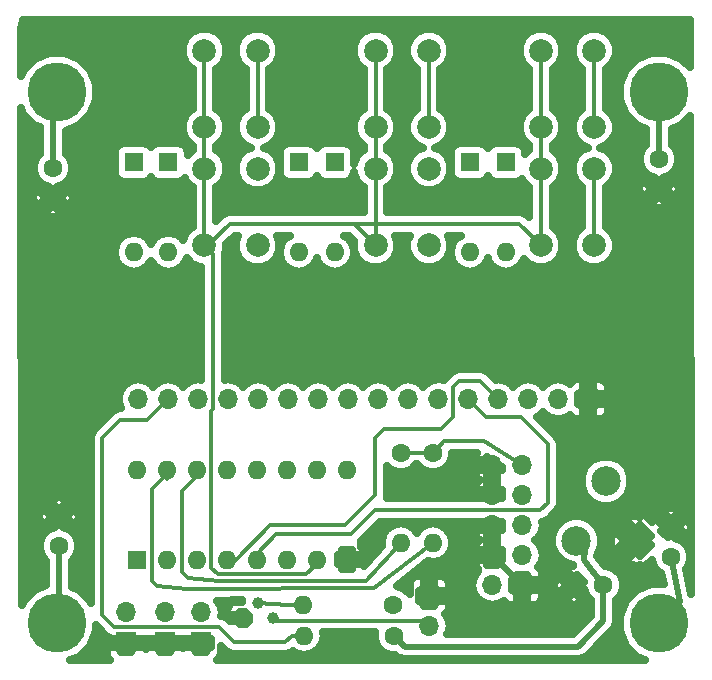
<source format=gbr>
G04 #@! TF.FileFunction,Copper,L2,Bot,Signal*
%FSLAX46Y46*%
G04 Gerber Fmt 4.6, Leading zero omitted, Abs format (unit mm)*
G04 Created by KiCad (PCBNEW 4.0.7) date 03/25/19 16:29:38*
%MOMM*%
%LPD*%
G01*
G04 APERTURE LIST*
%ADD10C,0.100000*%
%ADD11C,1.600000*%
%ADD12R,1.600000X1.600000*%
%ADD13O,1.600000X1.600000*%
%ADD14R,1.700000X1.700000*%
%ADD15O,1.700000X1.700000*%
%ADD16C,1.000000*%
%ADD17R,1.000000X1.000000*%
%ADD18C,2.500000*%
%ADD19C,2.000000*%
%ADD20C,5.000000*%
%ADD21C,0.500000*%
%ADD22C,0.350000*%
%ADD23C,0.635000*%
G04 APERTURE END LIST*
D10*
D11*
X161290000Y-80772000D03*
X158790000Y-80772000D03*
D12*
X149987000Y-44958000D03*
D13*
X149987000Y-52578000D03*
D12*
X153035000Y-44958000D03*
D13*
X153035000Y-52578000D03*
D12*
X138557000Y-44958000D03*
D13*
X138557000Y-52578000D03*
D12*
X135509000Y-44958000D03*
D13*
X135509000Y-52578000D03*
D12*
X124460000Y-44958000D03*
D13*
X124460000Y-52578000D03*
D12*
X121539000Y-44958000D03*
D13*
X121539000Y-52578000D03*
D14*
X154432000Y-80772000D03*
D15*
X151892000Y-80772000D03*
X154432000Y-78232000D03*
X151892000Y-78232000D03*
X154432000Y-75692000D03*
X151892000Y-75692000D03*
X154432000Y-73152000D03*
X151892000Y-73152000D03*
X154432000Y-70612000D03*
X151892000Y-70612000D03*
D16*
X132029200Y-82245200D03*
X133299200Y-83515200D03*
D17*
X130759200Y-83515200D03*
D11*
X144145000Y-69557900D03*
D13*
X144145000Y-77177900D03*
D11*
X146850100Y-69570600D03*
D13*
X146850100Y-77190600D03*
D11*
X143510000Y-82423000D03*
D13*
X135890000Y-82423000D03*
D11*
X143560800Y-85054440D03*
D13*
X135940800Y-85054440D03*
D18*
X161500000Y-71960000D03*
X164000000Y-77000000D03*
X159000000Y-77000000D03*
D19*
X132000000Y-45500000D03*
X127500000Y-45500000D03*
X132000000Y-52000000D03*
X127500000Y-52000000D03*
X132000000Y-35500000D03*
X127500000Y-35500000D03*
X132000000Y-42000000D03*
X127500000Y-42000000D03*
X146500000Y-45500000D03*
X142000000Y-45500000D03*
X146500000Y-52000000D03*
X142000000Y-52000000D03*
X146500000Y-35500000D03*
X142000000Y-35500000D03*
X146500000Y-42000000D03*
X142000000Y-42000000D03*
X160500000Y-45500000D03*
X156000000Y-45500000D03*
X160500000Y-52000000D03*
X156000000Y-52000000D03*
X160500000Y-35500000D03*
X156000000Y-35500000D03*
X160500000Y-42000000D03*
X156000000Y-42000000D03*
D12*
X121793000Y-78613000D03*
D13*
X139573000Y-70993000D03*
X124333000Y-78613000D03*
X137033000Y-70993000D03*
X126873000Y-78613000D03*
X134493000Y-70993000D03*
X129413000Y-78613000D03*
X131953000Y-70993000D03*
X131953000Y-78613000D03*
X129413000Y-70993000D03*
X134493000Y-78613000D03*
X126873000Y-70993000D03*
X137033000Y-78613000D03*
X124333000Y-70993000D03*
X139573000Y-78613000D03*
X121793000Y-70993000D03*
D14*
X160020000Y-65024000D03*
D15*
X157480000Y-65024000D03*
X154940000Y-65024000D03*
X152400000Y-65024000D03*
X149860000Y-65024000D03*
X147320000Y-65024000D03*
X144780000Y-65024000D03*
X142240000Y-65024000D03*
X139700000Y-65024000D03*
X137160000Y-65024000D03*
X134620000Y-65024000D03*
X132080000Y-65024000D03*
X129540000Y-65024000D03*
X127000000Y-65024000D03*
X124460000Y-65024000D03*
X121920000Y-65024000D03*
D14*
X120904000Y-85598000D03*
D15*
X120904000Y-83058000D03*
D14*
X124206000Y-85598000D03*
D15*
X124206000Y-83058000D03*
D14*
X127254000Y-85598000D03*
D15*
X127254000Y-83058000D03*
D20*
X115000000Y-39000000D03*
X166000000Y-39000000D03*
X166000000Y-84000000D03*
X115000000Y-84000000D03*
D14*
X146558000Y-81661000D03*
D15*
X146558000Y-84201000D03*
D11*
X114681000Y-45466000D03*
X114681000Y-47966000D03*
X165989000Y-44704000D03*
X165989000Y-47204000D03*
X167005000Y-78359000D03*
X167005000Y-75859000D03*
X115189000Y-77470000D03*
X115189000Y-74970000D03*
D21*
X151892000Y-75692000D02*
X151892000Y-78232000D01*
X151892000Y-78232000D02*
X154432000Y-80772000D01*
D22*
X160500000Y-42000000D02*
X160500000Y-35500000D01*
X153924000Y-74422000D02*
X155956000Y-74422000D01*
X151384000Y-66548000D02*
X149860000Y-65024000D01*
X154305000Y-66548000D02*
X151384000Y-66548000D01*
X156591000Y-68834000D02*
X154305000Y-66548000D01*
X156591000Y-73787000D02*
X156591000Y-68834000D01*
X155956000Y-74422000D02*
X156591000Y-73787000D01*
X131953000Y-78613000D02*
X131953000Y-78105000D01*
X131953000Y-78105000D02*
X133604000Y-76454000D01*
X133604000Y-76454000D02*
X139954000Y-76454000D01*
X139954000Y-76454000D02*
X141986000Y-74422000D01*
X141986000Y-74422000D02*
X153924000Y-74422000D01*
X153924000Y-74422000D02*
X154178000Y-74422000D01*
X160500000Y-52000000D02*
X160500000Y-45500000D01*
X129413000Y-78613000D02*
X130175000Y-78613000D01*
X130175000Y-78613000D02*
X133096000Y-75692000D01*
X150876000Y-63500000D02*
X152400000Y-65024000D01*
X149098000Y-63500000D02*
X150876000Y-63500000D01*
X148590000Y-64008000D02*
X149098000Y-63500000D01*
X148590000Y-66548000D02*
X148590000Y-64008000D01*
X147574000Y-67564000D02*
X148590000Y-66548000D01*
X142748000Y-67564000D02*
X147574000Y-67564000D01*
X141986000Y-68326000D02*
X142748000Y-67564000D01*
X141986000Y-73152000D02*
X141986000Y-68326000D01*
X139446000Y-75692000D02*
X141986000Y-73152000D01*
X133096000Y-75692000D02*
X139446000Y-75692000D01*
X146500000Y-42000000D02*
X146500000Y-35500000D01*
X132000000Y-42000000D02*
X132000000Y-35500000D01*
X126873000Y-70993000D02*
X126873000Y-71501000D01*
X126873000Y-71501000D02*
X125603000Y-72771000D01*
X126133860Y-80159860D02*
X128719580Y-80413860D01*
X125603000Y-79629000D02*
X126133860Y-80159860D01*
X125603000Y-72771000D02*
X125603000Y-79629000D01*
X141163040Y-80413860D02*
X144145000Y-77177900D01*
X128719580Y-80413860D02*
X141163040Y-80413860D01*
X144145000Y-77177900D02*
X144145000Y-77609700D01*
X124333000Y-70993000D02*
X124333000Y-71374000D01*
X124333000Y-71374000D02*
X123063000Y-72644000D01*
X123507500Y-80835500D02*
X126065280Y-81089500D01*
X123063000Y-80391000D02*
X123507500Y-80835500D01*
X123063000Y-72644000D02*
X123063000Y-80391000D01*
X124333000Y-70993000D02*
X124333000Y-71777860D01*
X141859000Y-81026000D02*
X146850100Y-77190600D01*
X126065280Y-81089500D02*
X141859000Y-81026000D01*
D21*
X143510000Y-85003640D02*
X144485360Y-85979000D01*
X144485360Y-85979000D02*
X159131000Y-85979000D01*
X159131000Y-85979000D02*
X161290000Y-83820000D01*
X161290000Y-83820000D02*
X161290000Y-80772000D01*
D22*
X146850100Y-69570600D02*
X146850100Y-69557900D01*
X146850100Y-69557900D02*
X147828000Y-68580000D01*
X151168100Y-68580000D02*
X154432000Y-70612000D01*
X147828000Y-68580000D02*
X151168100Y-68580000D01*
X143560800Y-85054440D02*
X143969740Y-85054440D01*
X144145000Y-69557900D02*
X146837400Y-69557900D01*
X146837400Y-69557900D02*
X146850100Y-69570600D01*
X154432000Y-70612000D02*
X154432000Y-70939660D01*
D21*
X159000000Y-77000000D02*
X159850900Y-77000000D01*
X159850900Y-77000000D02*
X159651700Y-78600300D01*
X159651700Y-78600300D02*
X161290000Y-80772000D01*
D22*
X132029200Y-82245200D02*
X135813800Y-82499200D01*
X135813800Y-82499200D02*
X135890000Y-82423000D01*
X128244600Y-61468000D02*
X128244600Y-65836800D01*
X136144180Y-79832020D02*
X128625420Y-79832020D01*
X128625420Y-79832020D02*
X128066800Y-79273400D01*
X128066800Y-79273400D02*
X128066800Y-66014600D01*
X128066800Y-66014600D02*
X128244600Y-65836800D01*
X136144180Y-79832020D02*
X137033000Y-78943200D01*
X139928600Y-50178200D02*
X140178200Y-50178200D01*
X140178200Y-50178200D02*
X142000000Y-52000000D01*
X127500000Y-52000000D02*
X127819800Y-52000000D01*
X127819800Y-52000000D02*
X129641600Y-50178200D01*
X154178200Y-50178200D02*
X156000000Y-52000000D01*
X129641600Y-50178200D02*
X139928600Y-50178200D01*
X139928600Y-50178200D02*
X154178200Y-50178200D01*
X156000000Y-42000000D02*
X156000000Y-35500000D01*
X156000000Y-45500000D02*
X156000000Y-42000000D01*
X156000000Y-52000000D02*
X156000000Y-45500000D01*
X142000000Y-45500000D02*
X142000000Y-52000000D01*
X142000000Y-42000000D02*
X142000000Y-45500000D01*
X142000000Y-35500000D02*
X142000000Y-42000000D01*
X127500000Y-42000000D02*
X127500000Y-45500000D01*
X127500000Y-35500000D02*
X127500000Y-42000000D01*
X127500000Y-45500000D02*
X127500000Y-52000000D01*
X137033000Y-78613000D02*
X137033000Y-78943200D01*
X128244600Y-52744600D02*
X127500000Y-52000000D01*
X128244600Y-61836800D02*
X128244600Y-61468000D01*
X128244600Y-61468000D02*
X128244600Y-52744600D01*
X137033000Y-78613000D02*
X136779000Y-78613000D01*
X135940800Y-85054440D02*
X134909560Y-85054440D01*
X122682000Y-66802000D02*
X124460000Y-65024000D01*
X120396000Y-66802000D02*
X122682000Y-66802000D01*
X118872000Y-68326000D02*
X120396000Y-66802000D01*
X118872000Y-83312000D02*
X118872000Y-68326000D01*
X119888000Y-84328000D02*
X118872000Y-83312000D01*
X128778000Y-84328000D02*
X119888000Y-84328000D01*
X130048000Y-85598000D02*
X128778000Y-84328000D01*
X134366000Y-85598000D02*
X130048000Y-85598000D01*
X134909560Y-85054440D02*
X134366000Y-85598000D01*
X135940800Y-85054440D02*
X135397240Y-85054440D01*
X133299200Y-83769200D02*
X145872200Y-83769200D01*
X145872200Y-83769200D02*
X146558000Y-84201000D01*
D21*
X114681000Y-45466000D02*
X114681000Y-39319000D01*
X114681000Y-39319000D02*
X115000000Y-39000000D01*
X165989000Y-44704000D02*
X165989000Y-39011000D01*
X165989000Y-39011000D02*
X166000000Y-39000000D01*
X167005000Y-78359000D02*
X167767000Y-82233000D01*
X167767000Y-82233000D02*
X166000000Y-84000000D01*
X115189000Y-77470000D02*
X115189000Y-83811000D01*
X115189000Y-83811000D02*
X115000000Y-84000000D01*
D23*
G36*
X168603198Y-36911991D02*
X167881667Y-36189200D01*
X166662787Y-35683077D01*
X165343003Y-35681925D01*
X164123242Y-36185920D01*
X163189200Y-37118333D01*
X162683077Y-38337213D01*
X162681925Y-39656997D01*
X163185920Y-40876758D01*
X164118333Y-41810800D01*
X164921500Y-42144304D01*
X164921500Y-43484141D01*
X164618550Y-43786563D01*
X164371781Y-44380848D01*
X164371220Y-45024329D01*
X164616950Y-45619043D01*
X165071563Y-46074450D01*
X165665848Y-46321219D01*
X165671909Y-46321224D01*
X165989000Y-46638315D01*
X166305538Y-46321777D01*
X166309329Y-46321780D01*
X166904043Y-46076050D01*
X167359450Y-45621437D01*
X167606219Y-45027152D01*
X167606780Y-44383671D01*
X167361050Y-43788957D01*
X167056500Y-43483875D01*
X167056500Y-42153004D01*
X167876758Y-41814080D01*
X168612778Y-41079344D01*
X168705639Y-81473882D01*
X168290158Y-79361581D01*
X168375450Y-79276437D01*
X168622219Y-78682152D01*
X168622780Y-78038671D01*
X168377050Y-77443957D01*
X167922437Y-76988550D01*
X167328152Y-76741781D01*
X167322091Y-76741776D01*
X167005000Y-76424685D01*
X166722157Y-76707528D01*
X166156472Y-76141843D01*
X166439315Y-75859000D01*
X167570685Y-75859000D01*
X168274076Y-76562391D01*
X168541298Y-76480758D01*
X168662290Y-75845514D01*
X168541298Y-75237242D01*
X168274076Y-75155609D01*
X167570685Y-75859000D01*
X166439315Y-75859000D01*
X165735924Y-75155609D01*
X165468702Y-75237242D01*
X165429095Y-75445188D01*
X164655798Y-74671891D01*
X164371997Y-74955692D01*
X163864239Y-74888198D01*
X163317275Y-74996996D01*
X163165882Y-75281999D01*
X164000000Y-76116117D01*
X164408355Y-75707763D01*
X165292238Y-76591646D01*
X164883883Y-77000000D01*
X165292238Y-77408355D01*
X164408355Y-78292238D01*
X164000000Y-77883883D01*
X163165882Y-78718001D01*
X163317275Y-79003004D01*
X164135761Y-79111802D01*
X164389099Y-79061410D01*
X164655798Y-79328109D01*
X165387292Y-78596615D01*
X165387220Y-78679329D01*
X165632950Y-79274043D01*
X166087563Y-79729450D01*
X166195417Y-79774235D01*
X166374133Y-80682825D01*
X165343003Y-80681925D01*
X164123242Y-81185920D01*
X163189200Y-82118333D01*
X162683077Y-83337213D01*
X162681925Y-84656997D01*
X163185920Y-85876758D01*
X164118333Y-86810800D01*
X164832866Y-87107500D01*
X128611933Y-87107500D01*
X128803825Y-86915608D01*
X128859788Y-86780502D01*
X128929500Y-86780502D01*
X128929500Y-85883107D01*
X129346196Y-86299803D01*
X129535797Y-86426490D01*
X129668187Y-86514950D01*
X130048000Y-86590500D01*
X134366000Y-86590500D01*
X134745813Y-86514950D01*
X134992626Y-86350035D01*
X135290121Y-86548815D01*
X135909111Y-86671940D01*
X135972489Y-86671940D01*
X136591479Y-86548815D01*
X137116234Y-86198185D01*
X137466864Y-85673430D01*
X137589989Y-85054440D01*
X137531759Y-84761700D01*
X141943554Y-84761700D01*
X141943020Y-85374769D01*
X142188750Y-85969483D01*
X142643363Y-86424890D01*
X143237648Y-86671659D01*
X143668722Y-86672035D01*
X143730523Y-86733836D01*
X143845708Y-86810800D01*
X144076845Y-86965241D01*
X144485360Y-87046500D01*
X159131000Y-87046500D01*
X159539515Y-86965241D01*
X159885836Y-86733836D01*
X162044836Y-84574837D01*
X162160539Y-84401675D01*
X162276241Y-84228515D01*
X162357500Y-83820000D01*
X162357500Y-81991859D01*
X162660450Y-81689437D01*
X162907219Y-81095152D01*
X162907780Y-80451671D01*
X162662050Y-79856957D01*
X162207437Y-79401550D01*
X161613152Y-79154781D01*
X161407047Y-79154601D01*
X160764469Y-78302812D01*
X160793061Y-78073111D01*
X161067141Y-77413055D01*
X161067382Y-77135761D01*
X161888198Y-77135761D01*
X161996996Y-77682725D01*
X162281999Y-77834118D01*
X163116117Y-77000000D01*
X162281999Y-76165882D01*
X161996996Y-76317275D01*
X161888198Y-77135761D01*
X161067382Y-77135761D01*
X161067858Y-76590553D01*
X160753763Y-75830385D01*
X160172674Y-75248281D01*
X159413055Y-74932859D01*
X158590553Y-74932142D01*
X157830385Y-75246237D01*
X157248281Y-75827326D01*
X156932859Y-76586945D01*
X156932142Y-77409447D01*
X157246237Y-78169615D01*
X157827326Y-78751719D01*
X158586945Y-79067141D01*
X158714520Y-79067252D01*
X158740867Y-79121801D01*
X158168242Y-79235702D01*
X158086609Y-79502924D01*
X158790000Y-80206315D01*
X159072843Y-79923472D01*
X159638528Y-80489157D01*
X159355685Y-80772000D01*
X159672223Y-81088538D01*
X159672220Y-81092329D01*
X159917950Y-81687043D01*
X160222500Y-81992125D01*
X160222500Y-83377827D01*
X158688828Y-84911500D01*
X148082878Y-84911500D01*
X148131237Y-84839125D01*
X148258168Y-84201000D01*
X148131237Y-83562875D01*
X147887835Y-83198598D01*
X148107825Y-82978608D01*
X148233500Y-82675202D01*
X148233500Y-82292375D01*
X148027125Y-82086000D01*
X146983000Y-82086000D01*
X146983000Y-82511000D01*
X146133000Y-82511000D01*
X146133000Y-82086000D01*
X145708000Y-82086000D01*
X145708000Y-81236000D01*
X146133000Y-81236000D01*
X146133000Y-80191875D01*
X146983000Y-80191875D01*
X146983000Y-81236000D01*
X148027125Y-81236000D01*
X148233500Y-81029625D01*
X148233500Y-80646798D01*
X148107825Y-80343392D01*
X147875608Y-80111175D01*
X147572202Y-79985500D01*
X147189375Y-79985500D01*
X146983000Y-80191875D01*
X146133000Y-80191875D01*
X145926625Y-79985500D01*
X145543798Y-79985500D01*
X145240392Y-80111175D01*
X145008175Y-80343392D01*
X144952212Y-80478498D01*
X144882500Y-80478498D01*
X144882500Y-81509046D01*
X144882050Y-81507957D01*
X144427437Y-81052550D01*
X143833152Y-80805781D01*
X143774506Y-80805730D01*
X146439196Y-78758055D01*
X146850100Y-78839789D01*
X147469090Y-78716664D01*
X147993845Y-78366034D01*
X148344475Y-77841279D01*
X148467600Y-77222289D01*
X148467600Y-77158911D01*
X148344475Y-76539921D01*
X148227798Y-76365301D01*
X150357736Y-76365301D01*
X150682798Y-76851839D01*
X150840454Y-76962000D01*
X150682798Y-77072161D01*
X150357736Y-77558699D01*
X150485692Y-77807000D01*
X151467000Y-77807000D01*
X151467000Y-76117000D01*
X150485692Y-76117000D01*
X150357736Y-76365301D01*
X148227798Y-76365301D01*
X147993845Y-76015166D01*
X147469090Y-75664536D01*
X146850100Y-75541411D01*
X146231110Y-75664536D01*
X145706355Y-76015166D01*
X145501793Y-76321315D01*
X145288745Y-76002466D01*
X144763990Y-75651836D01*
X144145000Y-75528711D01*
X143526010Y-75651836D01*
X143001255Y-76002466D01*
X142650625Y-76527221D01*
X142527500Y-77146211D01*
X142527500Y-77209589D01*
X142569869Y-77422593D01*
X141000296Y-79125860D01*
X140942169Y-79013000D01*
X139973000Y-79013000D01*
X139973000Y-79413000D01*
X139173000Y-79413000D01*
X139173000Y-79013000D01*
X138773000Y-79013000D01*
X138773000Y-78213000D01*
X139173000Y-78213000D01*
X139173000Y-77813000D01*
X139973000Y-77813000D01*
X139973000Y-78213000D01*
X140942169Y-78213000D01*
X141066573Y-77971455D01*
X140755502Y-77518764D01*
X140755502Y-77056104D01*
X142397107Y-75414500D01*
X152742000Y-75414500D01*
X152742000Y-75640882D01*
X152731832Y-75692000D01*
X152742000Y-75743118D01*
X152742000Y-76117000D01*
X152317000Y-76117000D01*
X152317000Y-77807000D01*
X152742000Y-77807000D01*
X152742000Y-78180882D01*
X152731832Y-78232000D01*
X152742000Y-78283118D01*
X152742000Y-78657000D01*
X152317000Y-78657000D01*
X152317000Y-79082000D01*
X151467000Y-79082000D01*
X151467000Y-78657000D01*
X150485692Y-78657000D01*
X150357736Y-78905301D01*
X150682798Y-79391839D01*
X150709498Y-79410495D01*
X150709498Y-79573343D01*
X150680231Y-79592899D01*
X150318763Y-80133875D01*
X150191832Y-80772000D01*
X150318763Y-81410125D01*
X150680231Y-81951101D01*
X151221207Y-82312569D01*
X151859332Y-82439500D01*
X151924668Y-82439500D01*
X152562793Y-82312569D01*
X152887904Y-82095337D01*
X153114392Y-82321825D01*
X153417798Y-82447500D01*
X153800625Y-82447500D01*
X154007000Y-82241125D01*
X154007000Y-81197000D01*
X154857000Y-81197000D01*
X154857000Y-82241125D01*
X155063375Y-82447500D01*
X155446202Y-82447500D01*
X155749608Y-82321825D01*
X155981825Y-82089608D01*
X156001927Y-82041076D01*
X158086609Y-82041076D01*
X158168242Y-82308298D01*
X158803486Y-82429290D01*
X159411758Y-82308298D01*
X159493391Y-82041076D01*
X158790000Y-81337685D01*
X158086609Y-82041076D01*
X156001927Y-82041076D01*
X156107500Y-81786202D01*
X156107500Y-81403375D01*
X155901125Y-81197000D01*
X154857000Y-81197000D01*
X154007000Y-81197000D01*
X153582000Y-81197000D01*
X153582000Y-80823118D01*
X153589485Y-80785486D01*
X157132710Y-80785486D01*
X157253702Y-81393758D01*
X157520924Y-81475391D01*
X158224315Y-80772000D01*
X157520924Y-80068609D01*
X157253702Y-80150242D01*
X157132710Y-80785486D01*
X153589485Y-80785486D01*
X153592168Y-80772000D01*
X153582000Y-80720882D01*
X153582000Y-80347000D01*
X154007000Y-80347000D01*
X154007000Y-79922000D01*
X154857000Y-79922000D01*
X154857000Y-80347000D01*
X155901125Y-80347000D01*
X156107500Y-80140625D01*
X156107500Y-79757798D01*
X155981825Y-79454392D01*
X155761835Y-79234402D01*
X156005237Y-78870125D01*
X156132168Y-78232000D01*
X156005237Y-77593875D01*
X155643769Y-77052899D01*
X155507729Y-76962000D01*
X155643769Y-76871101D01*
X156005237Y-76330125D01*
X156132168Y-75692000D01*
X156072366Y-75391353D01*
X156335813Y-75338950D01*
X156657803Y-75123803D01*
X157191682Y-74589924D01*
X166301609Y-74589924D01*
X167005000Y-75293315D01*
X167708391Y-74589924D01*
X167626758Y-74322702D01*
X166991514Y-74201710D01*
X166383242Y-74322702D01*
X166301609Y-74589924D01*
X157191682Y-74589924D01*
X157292804Y-74488803D01*
X157507950Y-74166813D01*
X157583500Y-73787000D01*
X157583500Y-72369447D01*
X159432142Y-72369447D01*
X159746237Y-73129615D01*
X160327326Y-73711719D01*
X161086945Y-74027141D01*
X161909447Y-74027858D01*
X162669615Y-73713763D01*
X163251719Y-73132674D01*
X163567141Y-72373055D01*
X163567858Y-71550553D01*
X163253763Y-70790385D01*
X162672674Y-70208281D01*
X161913055Y-69892859D01*
X161090553Y-69892142D01*
X160330385Y-70206237D01*
X159748281Y-70787326D01*
X159432859Y-71546945D01*
X159432142Y-72369447D01*
X157583500Y-72369447D01*
X157583500Y-68834000D01*
X157507950Y-68454187D01*
X157382076Y-68265803D01*
X157292803Y-68132196D01*
X155685858Y-66525252D01*
X156119101Y-66235769D01*
X156210000Y-66099729D01*
X156300899Y-66235769D01*
X156841875Y-66597237D01*
X157480000Y-66724168D01*
X158118125Y-66597237D01*
X158482402Y-66353835D01*
X158702392Y-66573825D01*
X159005798Y-66699500D01*
X159388625Y-66699500D01*
X159595000Y-66493125D01*
X159595000Y-65449000D01*
X160445000Y-65449000D01*
X160445000Y-66493125D01*
X160651375Y-66699500D01*
X161034202Y-66699500D01*
X161337608Y-66573825D01*
X161569825Y-66341608D01*
X161695500Y-66038202D01*
X161695500Y-65655375D01*
X161489125Y-65449000D01*
X160445000Y-65449000D01*
X159595000Y-65449000D01*
X159170000Y-65449000D01*
X159170000Y-64599000D01*
X159595000Y-64599000D01*
X159595000Y-63554875D01*
X160445000Y-63554875D01*
X160445000Y-64599000D01*
X161489125Y-64599000D01*
X161695500Y-64392625D01*
X161695500Y-64009798D01*
X161569825Y-63706392D01*
X161337608Y-63474175D01*
X161034202Y-63348500D01*
X160651375Y-63348500D01*
X160445000Y-63554875D01*
X159595000Y-63554875D01*
X159388625Y-63348500D01*
X159005798Y-63348500D01*
X158702392Y-63474175D01*
X158482402Y-63694165D01*
X158118125Y-63450763D01*
X157480000Y-63323832D01*
X156841875Y-63450763D01*
X156300899Y-63812231D01*
X156210000Y-63948271D01*
X156119101Y-63812231D01*
X155578125Y-63450763D01*
X154940000Y-63323832D01*
X154301875Y-63450763D01*
X153760899Y-63812231D01*
X153670000Y-63948271D01*
X153579101Y-63812231D01*
X153038125Y-63450763D01*
X152400000Y-63323832D01*
X152152641Y-63373035D01*
X151577803Y-62798197D01*
X151255813Y-62583050D01*
X150876000Y-62507500D01*
X149098000Y-62507500D01*
X148781202Y-62570516D01*
X148718186Y-62583050D01*
X148396196Y-62798197D01*
X147888197Y-63306197D01*
X147811137Y-63421525D01*
X147320000Y-63323832D01*
X146681875Y-63450763D01*
X146140899Y-63812231D01*
X146050000Y-63948271D01*
X145959101Y-63812231D01*
X145418125Y-63450763D01*
X144780000Y-63323832D01*
X144141875Y-63450763D01*
X143600899Y-63812231D01*
X143510000Y-63948271D01*
X143419101Y-63812231D01*
X142878125Y-63450763D01*
X142240000Y-63323832D01*
X141601875Y-63450763D01*
X141060899Y-63812231D01*
X140970000Y-63948271D01*
X140879101Y-63812231D01*
X140338125Y-63450763D01*
X139700000Y-63323832D01*
X139061875Y-63450763D01*
X138520899Y-63812231D01*
X138430000Y-63948271D01*
X138339101Y-63812231D01*
X137798125Y-63450763D01*
X137160000Y-63323832D01*
X136521875Y-63450763D01*
X135980899Y-63812231D01*
X135890000Y-63948271D01*
X135799101Y-63812231D01*
X135258125Y-63450763D01*
X134620000Y-63323832D01*
X133981875Y-63450763D01*
X133440899Y-63812231D01*
X133350000Y-63948271D01*
X133259101Y-63812231D01*
X132718125Y-63450763D01*
X132080000Y-63323832D01*
X131441875Y-63450763D01*
X130900899Y-63812231D01*
X130810000Y-63948271D01*
X130719101Y-63812231D01*
X130178125Y-63450763D01*
X129540000Y-63323832D01*
X129237100Y-63384083D01*
X129237100Y-52744600D01*
X129211732Y-52617066D01*
X129317184Y-52363109D01*
X129317583Y-51905823D01*
X130052707Y-51170700D01*
X130376396Y-51170700D01*
X130182816Y-51636891D01*
X130182185Y-52359937D01*
X130458300Y-53028186D01*
X130969125Y-53539903D01*
X131636891Y-53817184D01*
X132359937Y-53817815D01*
X133028186Y-53541700D01*
X133539903Y-53030875D01*
X133817184Y-52363109D01*
X133817815Y-51640063D01*
X133623878Y-51170700D01*
X134712267Y-51170700D01*
X134365255Y-51402566D01*
X134014625Y-51927321D01*
X133891500Y-52546311D01*
X133891500Y-52609689D01*
X134014625Y-53228679D01*
X134365255Y-53753434D01*
X134890010Y-54104064D01*
X135509000Y-54227189D01*
X136127990Y-54104064D01*
X136652745Y-53753434D01*
X137003375Y-53228679D01*
X137033000Y-53079744D01*
X137062625Y-53228679D01*
X137413255Y-53753434D01*
X137938010Y-54104064D01*
X138557000Y-54227189D01*
X139175990Y-54104064D01*
X139700745Y-53753434D01*
X140051375Y-53228679D01*
X140174500Y-52609689D01*
X140174500Y-52546311D01*
X140051375Y-51927321D01*
X139700745Y-51402566D01*
X139353733Y-51170700D01*
X139767094Y-51170700D01*
X140197624Y-51601230D01*
X140182816Y-51636891D01*
X140182185Y-52359937D01*
X140458300Y-53028186D01*
X140969125Y-53539903D01*
X141636891Y-53817184D01*
X142359937Y-53817815D01*
X143028186Y-53541700D01*
X143539903Y-53030875D01*
X143817184Y-52363109D01*
X143817815Y-51640063D01*
X143623878Y-51170700D01*
X144876396Y-51170700D01*
X144682816Y-51636891D01*
X144682185Y-52359937D01*
X144958300Y-53028186D01*
X145469125Y-53539903D01*
X146136891Y-53817184D01*
X146859937Y-53817815D01*
X147528186Y-53541700D01*
X148039903Y-53030875D01*
X148317184Y-52363109D01*
X148317815Y-51640063D01*
X148123878Y-51170700D01*
X149190267Y-51170700D01*
X148843255Y-51402566D01*
X148492625Y-51927321D01*
X148369500Y-52546311D01*
X148369500Y-52609689D01*
X148492625Y-53228679D01*
X148843255Y-53753434D01*
X149368010Y-54104064D01*
X149987000Y-54227189D01*
X150605990Y-54104064D01*
X151130745Y-53753434D01*
X151481375Y-53228679D01*
X151511000Y-53079744D01*
X151540625Y-53228679D01*
X151891255Y-53753434D01*
X152416010Y-54104064D01*
X153035000Y-54227189D01*
X153653990Y-54104064D01*
X154178745Y-53753434D01*
X154529375Y-53228679D01*
X154550820Y-53120868D01*
X154969125Y-53539903D01*
X155636891Y-53817184D01*
X156359937Y-53817815D01*
X157028186Y-53541700D01*
X157539903Y-53030875D01*
X157817184Y-52363109D01*
X157817815Y-51640063D01*
X157541700Y-50971814D01*
X157030875Y-50460097D01*
X156992500Y-50444162D01*
X156992500Y-47056445D01*
X157028186Y-47041700D01*
X157539903Y-46530875D01*
X157817184Y-45863109D01*
X157817815Y-45140063D01*
X157541700Y-44471814D01*
X157030875Y-43960097D01*
X156992500Y-43944162D01*
X156992500Y-43556445D01*
X157028186Y-43541700D01*
X157539903Y-43030875D01*
X157817184Y-42363109D01*
X157817815Y-41640063D01*
X157541700Y-40971814D01*
X157030875Y-40460097D01*
X156992500Y-40444162D01*
X156992500Y-37056445D01*
X157028186Y-37041700D01*
X157539903Y-36530875D01*
X157817184Y-35863109D01*
X157817186Y-35859937D01*
X158682185Y-35859937D01*
X158958300Y-36528186D01*
X159469125Y-37039903D01*
X159507500Y-37055838D01*
X159507500Y-40443555D01*
X159471814Y-40458300D01*
X158960097Y-40969125D01*
X158682816Y-41636891D01*
X158682185Y-42359937D01*
X158958300Y-43028186D01*
X159469125Y-43539903D01*
X159975515Y-43750175D01*
X159471814Y-43958300D01*
X158960097Y-44469125D01*
X158682816Y-45136891D01*
X158682185Y-45859937D01*
X158958300Y-46528186D01*
X159469125Y-47039903D01*
X159507500Y-47055838D01*
X159507500Y-50443555D01*
X159471814Y-50458300D01*
X158960097Y-50969125D01*
X158682816Y-51636891D01*
X158682185Y-52359937D01*
X158958300Y-53028186D01*
X159469125Y-53539903D01*
X160136891Y-53817184D01*
X160859937Y-53817815D01*
X161528186Y-53541700D01*
X162039903Y-53030875D01*
X162317184Y-52363109D01*
X162317815Y-51640063D01*
X162041700Y-50971814D01*
X161530875Y-50460097D01*
X161492500Y-50444162D01*
X161492500Y-48473076D01*
X165285609Y-48473076D01*
X165367242Y-48740298D01*
X166002486Y-48861290D01*
X166610758Y-48740298D01*
X166692391Y-48473076D01*
X165989000Y-47769685D01*
X165285609Y-48473076D01*
X161492500Y-48473076D01*
X161492500Y-47217486D01*
X164331710Y-47217486D01*
X164452702Y-47825758D01*
X164719924Y-47907391D01*
X165423315Y-47204000D01*
X166554685Y-47204000D01*
X167258076Y-47907391D01*
X167525298Y-47825758D01*
X167646290Y-47190514D01*
X167525298Y-46582242D01*
X167258076Y-46500609D01*
X166554685Y-47204000D01*
X165423315Y-47204000D01*
X164719924Y-46500609D01*
X164452702Y-46582242D01*
X164331710Y-47217486D01*
X161492500Y-47217486D01*
X161492500Y-47056445D01*
X161528186Y-47041700D01*
X162039903Y-46530875D01*
X162317184Y-45863109D01*
X162317815Y-45140063D01*
X162041700Y-44471814D01*
X161530875Y-43960097D01*
X161024485Y-43749825D01*
X161528186Y-43541700D01*
X162039903Y-43030875D01*
X162317184Y-42363109D01*
X162317815Y-41640063D01*
X162041700Y-40971814D01*
X161530875Y-40460097D01*
X161492500Y-40444162D01*
X161492500Y-37056445D01*
X161528186Y-37041700D01*
X162039903Y-36530875D01*
X162317184Y-35863109D01*
X162317815Y-35140063D01*
X162041700Y-34471814D01*
X161530875Y-33960097D01*
X160863109Y-33682816D01*
X160140063Y-33682185D01*
X159471814Y-33958300D01*
X158960097Y-34469125D01*
X158682816Y-35136891D01*
X158682185Y-35859937D01*
X157817186Y-35859937D01*
X157817815Y-35140063D01*
X157541700Y-34471814D01*
X157030875Y-33960097D01*
X156363109Y-33682816D01*
X155640063Y-33682185D01*
X154971814Y-33958300D01*
X154460097Y-34469125D01*
X154182816Y-35136891D01*
X154182185Y-35859937D01*
X154458300Y-36528186D01*
X154969125Y-37039903D01*
X155007500Y-37055838D01*
X155007500Y-40443555D01*
X154971814Y-40458300D01*
X154460097Y-40969125D01*
X154182816Y-41636891D01*
X154182185Y-42359937D01*
X154458300Y-43028186D01*
X154969125Y-43539903D01*
X155007500Y-43555838D01*
X155007500Y-43943555D01*
X154971814Y-43958300D01*
X154668515Y-44261070D01*
X154668515Y-44158000D01*
X154611512Y-43855053D01*
X154432470Y-43576814D01*
X154159284Y-43390154D01*
X153835000Y-43324485D01*
X152235000Y-43324485D01*
X151932053Y-43381488D01*
X151653814Y-43560530D01*
X151509707Y-43771438D01*
X151384470Y-43576814D01*
X151111284Y-43390154D01*
X150787000Y-43324485D01*
X149187000Y-43324485D01*
X148884053Y-43381488D01*
X148605814Y-43560530D01*
X148419154Y-43833716D01*
X148353485Y-44158000D01*
X148353485Y-45758000D01*
X148410488Y-46060947D01*
X148589530Y-46339186D01*
X148862716Y-46525846D01*
X149187000Y-46591515D01*
X150787000Y-46591515D01*
X151089947Y-46534512D01*
X151368186Y-46355470D01*
X151512293Y-46144562D01*
X151637530Y-46339186D01*
X151910716Y-46525846D01*
X152235000Y-46591515D01*
X153835000Y-46591515D01*
X154137947Y-46534512D01*
X154393079Y-46370339D01*
X154458300Y-46528186D01*
X154969125Y-47039903D01*
X155007500Y-47055838D01*
X155007500Y-49603894D01*
X154880003Y-49476397D01*
X154558013Y-49261250D01*
X154178200Y-49185700D01*
X142992500Y-49185700D01*
X142992500Y-47056445D01*
X143028186Y-47041700D01*
X143539903Y-46530875D01*
X143817184Y-45863109D01*
X143817815Y-45140063D01*
X143541700Y-44471814D01*
X143030875Y-43960097D01*
X142992500Y-43944162D01*
X142992500Y-43556445D01*
X143028186Y-43541700D01*
X143539903Y-43030875D01*
X143817184Y-42363109D01*
X143817815Y-41640063D01*
X143541700Y-40971814D01*
X143030875Y-40460097D01*
X142992500Y-40444162D01*
X142992500Y-37056445D01*
X143028186Y-37041700D01*
X143539903Y-36530875D01*
X143817184Y-35863109D01*
X143817186Y-35859937D01*
X144682185Y-35859937D01*
X144958300Y-36528186D01*
X145469125Y-37039903D01*
X145507500Y-37055838D01*
X145507500Y-40443555D01*
X145471814Y-40458300D01*
X144960097Y-40969125D01*
X144682816Y-41636891D01*
X144682185Y-42359937D01*
X144958300Y-43028186D01*
X145469125Y-43539903D01*
X145975515Y-43750175D01*
X145471814Y-43958300D01*
X144960097Y-44469125D01*
X144682816Y-45136891D01*
X144682185Y-45859937D01*
X144958300Y-46528186D01*
X145469125Y-47039903D01*
X146136891Y-47317184D01*
X146859937Y-47317815D01*
X147528186Y-47041700D01*
X148039903Y-46530875D01*
X148317184Y-45863109D01*
X148317815Y-45140063D01*
X148041700Y-44471814D01*
X147530875Y-43960097D01*
X147024485Y-43749825D01*
X147528186Y-43541700D01*
X148039903Y-43030875D01*
X148317184Y-42363109D01*
X148317815Y-41640063D01*
X148041700Y-40971814D01*
X147530875Y-40460097D01*
X147492500Y-40444162D01*
X147492500Y-37056445D01*
X147528186Y-37041700D01*
X148039903Y-36530875D01*
X148317184Y-35863109D01*
X148317815Y-35140063D01*
X148041700Y-34471814D01*
X147530875Y-33960097D01*
X146863109Y-33682816D01*
X146140063Y-33682185D01*
X145471814Y-33958300D01*
X144960097Y-34469125D01*
X144682816Y-35136891D01*
X144682185Y-35859937D01*
X143817186Y-35859937D01*
X143817815Y-35140063D01*
X143541700Y-34471814D01*
X143030875Y-33960097D01*
X142363109Y-33682816D01*
X141640063Y-33682185D01*
X140971814Y-33958300D01*
X140460097Y-34469125D01*
X140182816Y-35136891D01*
X140182185Y-35859937D01*
X140458300Y-36528186D01*
X140969125Y-37039903D01*
X141007500Y-37055838D01*
X141007500Y-40443555D01*
X140971814Y-40458300D01*
X140460097Y-40969125D01*
X140182816Y-41636891D01*
X140182185Y-42359937D01*
X140458300Y-43028186D01*
X140969125Y-43539903D01*
X141007500Y-43555838D01*
X141007500Y-43943555D01*
X140971814Y-43958300D01*
X140460097Y-44469125D01*
X140190515Y-45118350D01*
X140190515Y-44158000D01*
X140133512Y-43855053D01*
X139954470Y-43576814D01*
X139681284Y-43390154D01*
X139357000Y-43324485D01*
X137757000Y-43324485D01*
X137454053Y-43381488D01*
X137175814Y-43560530D01*
X137031707Y-43771438D01*
X136906470Y-43576814D01*
X136633284Y-43390154D01*
X136309000Y-43324485D01*
X134709000Y-43324485D01*
X134406053Y-43381488D01*
X134127814Y-43560530D01*
X133941154Y-43833716D01*
X133875485Y-44158000D01*
X133875485Y-45758000D01*
X133932488Y-46060947D01*
X134111530Y-46339186D01*
X134384716Y-46525846D01*
X134709000Y-46591515D01*
X136309000Y-46591515D01*
X136611947Y-46534512D01*
X136890186Y-46355470D01*
X137034293Y-46144562D01*
X137159530Y-46339186D01*
X137432716Y-46525846D01*
X137757000Y-46591515D01*
X139357000Y-46591515D01*
X139659947Y-46534512D01*
X139938186Y-46355470D01*
X140124846Y-46082284D01*
X140182238Y-45798872D01*
X140182185Y-45859937D01*
X140458300Y-46528186D01*
X140969125Y-47039903D01*
X141007500Y-47055838D01*
X141007500Y-49185700D01*
X129641600Y-49185700D01*
X129261787Y-49261250D01*
X128939796Y-49476397D01*
X128492500Y-49923693D01*
X128492500Y-47056445D01*
X128528186Y-47041700D01*
X129039903Y-46530875D01*
X129317184Y-45863109D01*
X129317815Y-45140063D01*
X129041700Y-44471814D01*
X128530875Y-43960097D01*
X128492500Y-43944162D01*
X128492500Y-43556445D01*
X128528186Y-43541700D01*
X129039903Y-43030875D01*
X129317184Y-42363109D01*
X129317815Y-41640063D01*
X129041700Y-40971814D01*
X128530875Y-40460097D01*
X128492500Y-40444162D01*
X128492500Y-37056445D01*
X128528186Y-37041700D01*
X129039903Y-36530875D01*
X129317184Y-35863109D01*
X129317186Y-35859937D01*
X130182185Y-35859937D01*
X130458300Y-36528186D01*
X130969125Y-37039903D01*
X131007500Y-37055838D01*
X131007500Y-40443555D01*
X130971814Y-40458300D01*
X130460097Y-40969125D01*
X130182816Y-41636891D01*
X130182185Y-42359937D01*
X130458300Y-43028186D01*
X130969125Y-43539903D01*
X131475515Y-43750175D01*
X130971814Y-43958300D01*
X130460097Y-44469125D01*
X130182816Y-45136891D01*
X130182185Y-45859937D01*
X130458300Y-46528186D01*
X130969125Y-47039903D01*
X131636891Y-47317184D01*
X132359937Y-47317815D01*
X133028186Y-47041700D01*
X133539903Y-46530875D01*
X133817184Y-45863109D01*
X133817815Y-45140063D01*
X133541700Y-44471814D01*
X133030875Y-43960097D01*
X132524485Y-43749825D01*
X133028186Y-43541700D01*
X133539903Y-43030875D01*
X133817184Y-42363109D01*
X133817815Y-41640063D01*
X133541700Y-40971814D01*
X133030875Y-40460097D01*
X132992500Y-40444162D01*
X132992500Y-37056445D01*
X133028186Y-37041700D01*
X133539903Y-36530875D01*
X133817184Y-35863109D01*
X133817815Y-35140063D01*
X133541700Y-34471814D01*
X133030875Y-33960097D01*
X132363109Y-33682816D01*
X131640063Y-33682185D01*
X130971814Y-33958300D01*
X130460097Y-34469125D01*
X130182816Y-35136891D01*
X130182185Y-35859937D01*
X129317186Y-35859937D01*
X129317815Y-35140063D01*
X129041700Y-34471814D01*
X128530875Y-33960097D01*
X127863109Y-33682816D01*
X127140063Y-33682185D01*
X126471814Y-33958300D01*
X125960097Y-34469125D01*
X125682816Y-35136891D01*
X125682185Y-35859937D01*
X125958300Y-36528186D01*
X126469125Y-37039903D01*
X126507500Y-37055838D01*
X126507500Y-40443555D01*
X126471814Y-40458300D01*
X125960097Y-40969125D01*
X125682816Y-41636891D01*
X125682185Y-42359937D01*
X125958300Y-43028186D01*
X126469125Y-43539903D01*
X126507500Y-43555838D01*
X126507500Y-43943555D01*
X126471814Y-43958300D01*
X126093515Y-44335940D01*
X126093515Y-44158000D01*
X126036512Y-43855053D01*
X125857470Y-43576814D01*
X125584284Y-43390154D01*
X125260000Y-43324485D01*
X123660000Y-43324485D01*
X123357053Y-43381488D01*
X123078814Y-43560530D01*
X123000111Y-43675715D01*
X122936470Y-43576814D01*
X122663284Y-43390154D01*
X122339000Y-43324485D01*
X120739000Y-43324485D01*
X120436053Y-43381488D01*
X120157814Y-43560530D01*
X119971154Y-43833716D01*
X119905485Y-44158000D01*
X119905485Y-45758000D01*
X119962488Y-46060947D01*
X120141530Y-46339186D01*
X120414716Y-46525846D01*
X120739000Y-46591515D01*
X122339000Y-46591515D01*
X122641947Y-46534512D01*
X122920186Y-46355470D01*
X122998889Y-46240285D01*
X123062530Y-46339186D01*
X123335716Y-46525846D01*
X123660000Y-46591515D01*
X125260000Y-46591515D01*
X125562947Y-46534512D01*
X125841186Y-46355470D01*
X125869695Y-46313746D01*
X125958300Y-46528186D01*
X126469125Y-47039903D01*
X126507500Y-47055838D01*
X126507500Y-50443555D01*
X126471814Y-50458300D01*
X125960097Y-50969125D01*
X125712519Y-51565358D01*
X125603745Y-51402566D01*
X125078990Y-51051936D01*
X124460000Y-50928811D01*
X123841010Y-51051936D01*
X123316255Y-51402566D01*
X122999500Y-51876623D01*
X122682745Y-51402566D01*
X122157990Y-51051936D01*
X121539000Y-50928811D01*
X120920010Y-51051936D01*
X120395255Y-51402566D01*
X120044625Y-51927321D01*
X119921500Y-52546311D01*
X119921500Y-52609689D01*
X120044625Y-53228679D01*
X120395255Y-53753434D01*
X120920010Y-54104064D01*
X121539000Y-54227189D01*
X122157990Y-54104064D01*
X122682745Y-53753434D01*
X122999500Y-53279377D01*
X123316255Y-53753434D01*
X123841010Y-54104064D01*
X124460000Y-54227189D01*
X125078990Y-54104064D01*
X125603745Y-53753434D01*
X125954375Y-53228679D01*
X125988281Y-53058220D01*
X126469125Y-53539903D01*
X127136891Y-53817184D01*
X127252100Y-53817285D01*
X127252100Y-63373978D01*
X127000000Y-63323832D01*
X126361875Y-63450763D01*
X125820899Y-63812231D01*
X125730000Y-63948271D01*
X125639101Y-63812231D01*
X125098125Y-63450763D01*
X124460000Y-63323832D01*
X123821875Y-63450763D01*
X123280899Y-63812231D01*
X123190000Y-63948271D01*
X123099101Y-63812231D01*
X122558125Y-63450763D01*
X121920000Y-63323832D01*
X121281875Y-63450763D01*
X120740899Y-63812231D01*
X120379431Y-64353207D01*
X120252500Y-64991332D01*
X120252500Y-65056668D01*
X120379431Y-65694793D01*
X120456076Y-65809500D01*
X120396000Y-65809500D01*
X120079202Y-65872516D01*
X120016186Y-65885050D01*
X119694196Y-66100197D01*
X118170197Y-67624197D01*
X117955050Y-67946187D01*
X117879500Y-68326000D01*
X117879500Y-82281570D01*
X117814080Y-82123242D01*
X116881667Y-81189200D01*
X116256500Y-80929608D01*
X116256500Y-78689859D01*
X116559450Y-78387437D01*
X116806219Y-77793152D01*
X116806780Y-77149671D01*
X116561050Y-76554957D01*
X116106437Y-76099550D01*
X115512152Y-75852781D01*
X115506091Y-75852776D01*
X115189000Y-75535685D01*
X114872462Y-75852223D01*
X114868671Y-75852220D01*
X114273957Y-76097950D01*
X113818550Y-76552563D01*
X113571781Y-77146848D01*
X113571220Y-77790329D01*
X113816950Y-78385043D01*
X114121500Y-78690125D01*
X114121500Y-80773448D01*
X113123242Y-81185920D01*
X112189200Y-82118333D01*
X112065532Y-82416159D01*
X112048044Y-74983486D01*
X113531710Y-74983486D01*
X113652702Y-75591758D01*
X113919924Y-75673391D01*
X114623315Y-74970000D01*
X115754685Y-74970000D01*
X116458076Y-75673391D01*
X116725298Y-75591758D01*
X116846290Y-74956514D01*
X116725298Y-74348242D01*
X116458076Y-74266609D01*
X115754685Y-74970000D01*
X114623315Y-74970000D01*
X113919924Y-74266609D01*
X113652702Y-74348242D01*
X113531710Y-74983486D01*
X112048044Y-74983486D01*
X112045027Y-73700924D01*
X114485609Y-73700924D01*
X115189000Y-74404315D01*
X115892391Y-73700924D01*
X115810758Y-73433702D01*
X115175514Y-73312710D01*
X114567242Y-73433702D01*
X114485609Y-73700924D01*
X112045027Y-73700924D01*
X111987460Y-49235076D01*
X113977609Y-49235076D01*
X114059242Y-49502298D01*
X114694486Y-49623290D01*
X115302758Y-49502298D01*
X115384391Y-49235076D01*
X114681000Y-48531685D01*
X113977609Y-49235076D01*
X111987460Y-49235076D01*
X111984505Y-47979486D01*
X113023710Y-47979486D01*
X113144702Y-48587758D01*
X113411924Y-48669391D01*
X114115315Y-47966000D01*
X115246685Y-47966000D01*
X115950076Y-48669391D01*
X116217298Y-48587758D01*
X116338290Y-47952514D01*
X116217298Y-47344242D01*
X115950076Y-47262609D01*
X115246685Y-47966000D01*
X114115315Y-47966000D01*
X113411924Y-47262609D01*
X113144702Y-47344242D01*
X113023710Y-47979486D01*
X111984505Y-47979486D01*
X111966543Y-40345825D01*
X112185920Y-40876758D01*
X113118333Y-41810800D01*
X113613500Y-42016411D01*
X113613500Y-44246141D01*
X113310550Y-44548563D01*
X113063781Y-45142848D01*
X113063220Y-45786329D01*
X113308950Y-46381043D01*
X113763563Y-46836450D01*
X114357848Y-47083219D01*
X114363909Y-47083224D01*
X114681000Y-47400315D01*
X114997538Y-47083777D01*
X115001329Y-47083780D01*
X115596043Y-46838050D01*
X116051450Y-46383437D01*
X116298219Y-45789152D01*
X116298780Y-45145671D01*
X116053050Y-44550957D01*
X115748500Y-44245875D01*
X115748500Y-42280267D01*
X116876758Y-41814080D01*
X117810800Y-40881667D01*
X118316923Y-39662787D01*
X118318075Y-38343003D01*
X117814080Y-37123242D01*
X116881667Y-36189200D01*
X115662787Y-35683077D01*
X114343003Y-35681925D01*
X113123242Y-36185920D01*
X112189200Y-37118333D01*
X111960246Y-37669715D01*
X111950610Y-33574235D01*
X112155130Y-32892500D01*
X168593958Y-32892500D01*
X168603198Y-36911991D01*
X168603198Y-36911991D01*
G37*
X168603198Y-36911991D02*
X167881667Y-36189200D01*
X166662787Y-35683077D01*
X165343003Y-35681925D01*
X164123242Y-36185920D01*
X163189200Y-37118333D01*
X162683077Y-38337213D01*
X162681925Y-39656997D01*
X163185920Y-40876758D01*
X164118333Y-41810800D01*
X164921500Y-42144304D01*
X164921500Y-43484141D01*
X164618550Y-43786563D01*
X164371781Y-44380848D01*
X164371220Y-45024329D01*
X164616950Y-45619043D01*
X165071563Y-46074450D01*
X165665848Y-46321219D01*
X165671909Y-46321224D01*
X165989000Y-46638315D01*
X166305538Y-46321777D01*
X166309329Y-46321780D01*
X166904043Y-46076050D01*
X167359450Y-45621437D01*
X167606219Y-45027152D01*
X167606780Y-44383671D01*
X167361050Y-43788957D01*
X167056500Y-43483875D01*
X167056500Y-42153004D01*
X167876758Y-41814080D01*
X168612778Y-41079344D01*
X168705639Y-81473882D01*
X168290158Y-79361581D01*
X168375450Y-79276437D01*
X168622219Y-78682152D01*
X168622780Y-78038671D01*
X168377050Y-77443957D01*
X167922437Y-76988550D01*
X167328152Y-76741781D01*
X167322091Y-76741776D01*
X167005000Y-76424685D01*
X166722157Y-76707528D01*
X166156472Y-76141843D01*
X166439315Y-75859000D01*
X167570685Y-75859000D01*
X168274076Y-76562391D01*
X168541298Y-76480758D01*
X168662290Y-75845514D01*
X168541298Y-75237242D01*
X168274076Y-75155609D01*
X167570685Y-75859000D01*
X166439315Y-75859000D01*
X165735924Y-75155609D01*
X165468702Y-75237242D01*
X165429095Y-75445188D01*
X164655798Y-74671891D01*
X164371997Y-74955692D01*
X163864239Y-74888198D01*
X163317275Y-74996996D01*
X163165882Y-75281999D01*
X164000000Y-76116117D01*
X164408355Y-75707763D01*
X165292238Y-76591646D01*
X164883883Y-77000000D01*
X165292238Y-77408355D01*
X164408355Y-78292238D01*
X164000000Y-77883883D01*
X163165882Y-78718001D01*
X163317275Y-79003004D01*
X164135761Y-79111802D01*
X164389099Y-79061410D01*
X164655798Y-79328109D01*
X165387292Y-78596615D01*
X165387220Y-78679329D01*
X165632950Y-79274043D01*
X166087563Y-79729450D01*
X166195417Y-79774235D01*
X166374133Y-80682825D01*
X165343003Y-80681925D01*
X164123242Y-81185920D01*
X163189200Y-82118333D01*
X162683077Y-83337213D01*
X162681925Y-84656997D01*
X163185920Y-85876758D01*
X164118333Y-86810800D01*
X164832866Y-87107500D01*
X128611933Y-87107500D01*
X128803825Y-86915608D01*
X128859788Y-86780502D01*
X128929500Y-86780502D01*
X128929500Y-85883107D01*
X129346196Y-86299803D01*
X129535797Y-86426490D01*
X129668187Y-86514950D01*
X130048000Y-86590500D01*
X134366000Y-86590500D01*
X134745813Y-86514950D01*
X134992626Y-86350035D01*
X135290121Y-86548815D01*
X135909111Y-86671940D01*
X135972489Y-86671940D01*
X136591479Y-86548815D01*
X137116234Y-86198185D01*
X137466864Y-85673430D01*
X137589989Y-85054440D01*
X137531759Y-84761700D01*
X141943554Y-84761700D01*
X141943020Y-85374769D01*
X142188750Y-85969483D01*
X142643363Y-86424890D01*
X143237648Y-86671659D01*
X143668722Y-86672035D01*
X143730523Y-86733836D01*
X143845708Y-86810800D01*
X144076845Y-86965241D01*
X144485360Y-87046500D01*
X159131000Y-87046500D01*
X159539515Y-86965241D01*
X159885836Y-86733836D01*
X162044836Y-84574837D01*
X162160539Y-84401675D01*
X162276241Y-84228515D01*
X162357500Y-83820000D01*
X162357500Y-81991859D01*
X162660450Y-81689437D01*
X162907219Y-81095152D01*
X162907780Y-80451671D01*
X162662050Y-79856957D01*
X162207437Y-79401550D01*
X161613152Y-79154781D01*
X161407047Y-79154601D01*
X160764469Y-78302812D01*
X160793061Y-78073111D01*
X161067141Y-77413055D01*
X161067382Y-77135761D01*
X161888198Y-77135761D01*
X161996996Y-77682725D01*
X162281999Y-77834118D01*
X163116117Y-77000000D01*
X162281999Y-76165882D01*
X161996996Y-76317275D01*
X161888198Y-77135761D01*
X161067382Y-77135761D01*
X161067858Y-76590553D01*
X160753763Y-75830385D01*
X160172674Y-75248281D01*
X159413055Y-74932859D01*
X158590553Y-74932142D01*
X157830385Y-75246237D01*
X157248281Y-75827326D01*
X156932859Y-76586945D01*
X156932142Y-77409447D01*
X157246237Y-78169615D01*
X157827326Y-78751719D01*
X158586945Y-79067141D01*
X158714520Y-79067252D01*
X158740867Y-79121801D01*
X158168242Y-79235702D01*
X158086609Y-79502924D01*
X158790000Y-80206315D01*
X159072843Y-79923472D01*
X159638528Y-80489157D01*
X159355685Y-80772000D01*
X159672223Y-81088538D01*
X159672220Y-81092329D01*
X159917950Y-81687043D01*
X160222500Y-81992125D01*
X160222500Y-83377827D01*
X158688828Y-84911500D01*
X148082878Y-84911500D01*
X148131237Y-84839125D01*
X148258168Y-84201000D01*
X148131237Y-83562875D01*
X147887835Y-83198598D01*
X148107825Y-82978608D01*
X148233500Y-82675202D01*
X148233500Y-82292375D01*
X148027125Y-82086000D01*
X146983000Y-82086000D01*
X146983000Y-82511000D01*
X146133000Y-82511000D01*
X146133000Y-82086000D01*
X145708000Y-82086000D01*
X145708000Y-81236000D01*
X146133000Y-81236000D01*
X146133000Y-80191875D01*
X146983000Y-80191875D01*
X146983000Y-81236000D01*
X148027125Y-81236000D01*
X148233500Y-81029625D01*
X148233500Y-80646798D01*
X148107825Y-80343392D01*
X147875608Y-80111175D01*
X147572202Y-79985500D01*
X147189375Y-79985500D01*
X146983000Y-80191875D01*
X146133000Y-80191875D01*
X145926625Y-79985500D01*
X145543798Y-79985500D01*
X145240392Y-80111175D01*
X145008175Y-80343392D01*
X144952212Y-80478498D01*
X144882500Y-80478498D01*
X144882500Y-81509046D01*
X144882050Y-81507957D01*
X144427437Y-81052550D01*
X143833152Y-80805781D01*
X143774506Y-80805730D01*
X146439196Y-78758055D01*
X146850100Y-78839789D01*
X147469090Y-78716664D01*
X147993845Y-78366034D01*
X148344475Y-77841279D01*
X148467600Y-77222289D01*
X148467600Y-77158911D01*
X148344475Y-76539921D01*
X148227798Y-76365301D01*
X150357736Y-76365301D01*
X150682798Y-76851839D01*
X150840454Y-76962000D01*
X150682798Y-77072161D01*
X150357736Y-77558699D01*
X150485692Y-77807000D01*
X151467000Y-77807000D01*
X151467000Y-76117000D01*
X150485692Y-76117000D01*
X150357736Y-76365301D01*
X148227798Y-76365301D01*
X147993845Y-76015166D01*
X147469090Y-75664536D01*
X146850100Y-75541411D01*
X146231110Y-75664536D01*
X145706355Y-76015166D01*
X145501793Y-76321315D01*
X145288745Y-76002466D01*
X144763990Y-75651836D01*
X144145000Y-75528711D01*
X143526010Y-75651836D01*
X143001255Y-76002466D01*
X142650625Y-76527221D01*
X142527500Y-77146211D01*
X142527500Y-77209589D01*
X142569869Y-77422593D01*
X141000296Y-79125860D01*
X140942169Y-79013000D01*
X139973000Y-79013000D01*
X139973000Y-79413000D01*
X139173000Y-79413000D01*
X139173000Y-79013000D01*
X138773000Y-79013000D01*
X138773000Y-78213000D01*
X139173000Y-78213000D01*
X139173000Y-77813000D01*
X139973000Y-77813000D01*
X139973000Y-78213000D01*
X140942169Y-78213000D01*
X141066573Y-77971455D01*
X140755502Y-77518764D01*
X140755502Y-77056104D01*
X142397107Y-75414500D01*
X152742000Y-75414500D01*
X152742000Y-75640882D01*
X152731832Y-75692000D01*
X152742000Y-75743118D01*
X152742000Y-76117000D01*
X152317000Y-76117000D01*
X152317000Y-77807000D01*
X152742000Y-77807000D01*
X152742000Y-78180882D01*
X152731832Y-78232000D01*
X152742000Y-78283118D01*
X152742000Y-78657000D01*
X152317000Y-78657000D01*
X152317000Y-79082000D01*
X151467000Y-79082000D01*
X151467000Y-78657000D01*
X150485692Y-78657000D01*
X150357736Y-78905301D01*
X150682798Y-79391839D01*
X150709498Y-79410495D01*
X150709498Y-79573343D01*
X150680231Y-79592899D01*
X150318763Y-80133875D01*
X150191832Y-80772000D01*
X150318763Y-81410125D01*
X150680231Y-81951101D01*
X151221207Y-82312569D01*
X151859332Y-82439500D01*
X151924668Y-82439500D01*
X152562793Y-82312569D01*
X152887904Y-82095337D01*
X153114392Y-82321825D01*
X153417798Y-82447500D01*
X153800625Y-82447500D01*
X154007000Y-82241125D01*
X154007000Y-81197000D01*
X154857000Y-81197000D01*
X154857000Y-82241125D01*
X155063375Y-82447500D01*
X155446202Y-82447500D01*
X155749608Y-82321825D01*
X155981825Y-82089608D01*
X156001927Y-82041076D01*
X158086609Y-82041076D01*
X158168242Y-82308298D01*
X158803486Y-82429290D01*
X159411758Y-82308298D01*
X159493391Y-82041076D01*
X158790000Y-81337685D01*
X158086609Y-82041076D01*
X156001927Y-82041076D01*
X156107500Y-81786202D01*
X156107500Y-81403375D01*
X155901125Y-81197000D01*
X154857000Y-81197000D01*
X154007000Y-81197000D01*
X153582000Y-81197000D01*
X153582000Y-80823118D01*
X153589485Y-80785486D01*
X157132710Y-80785486D01*
X157253702Y-81393758D01*
X157520924Y-81475391D01*
X158224315Y-80772000D01*
X157520924Y-80068609D01*
X157253702Y-80150242D01*
X157132710Y-80785486D01*
X153589485Y-80785486D01*
X153592168Y-80772000D01*
X153582000Y-80720882D01*
X153582000Y-80347000D01*
X154007000Y-80347000D01*
X154007000Y-79922000D01*
X154857000Y-79922000D01*
X154857000Y-80347000D01*
X155901125Y-80347000D01*
X156107500Y-80140625D01*
X156107500Y-79757798D01*
X155981825Y-79454392D01*
X155761835Y-79234402D01*
X156005237Y-78870125D01*
X156132168Y-78232000D01*
X156005237Y-77593875D01*
X155643769Y-77052899D01*
X155507729Y-76962000D01*
X155643769Y-76871101D01*
X156005237Y-76330125D01*
X156132168Y-75692000D01*
X156072366Y-75391353D01*
X156335813Y-75338950D01*
X156657803Y-75123803D01*
X157191682Y-74589924D01*
X166301609Y-74589924D01*
X167005000Y-75293315D01*
X167708391Y-74589924D01*
X167626758Y-74322702D01*
X166991514Y-74201710D01*
X166383242Y-74322702D01*
X166301609Y-74589924D01*
X157191682Y-74589924D01*
X157292804Y-74488803D01*
X157507950Y-74166813D01*
X157583500Y-73787000D01*
X157583500Y-72369447D01*
X159432142Y-72369447D01*
X159746237Y-73129615D01*
X160327326Y-73711719D01*
X161086945Y-74027141D01*
X161909447Y-74027858D01*
X162669615Y-73713763D01*
X163251719Y-73132674D01*
X163567141Y-72373055D01*
X163567858Y-71550553D01*
X163253763Y-70790385D01*
X162672674Y-70208281D01*
X161913055Y-69892859D01*
X161090553Y-69892142D01*
X160330385Y-70206237D01*
X159748281Y-70787326D01*
X159432859Y-71546945D01*
X159432142Y-72369447D01*
X157583500Y-72369447D01*
X157583500Y-68834000D01*
X157507950Y-68454187D01*
X157382076Y-68265803D01*
X157292803Y-68132196D01*
X155685858Y-66525252D01*
X156119101Y-66235769D01*
X156210000Y-66099729D01*
X156300899Y-66235769D01*
X156841875Y-66597237D01*
X157480000Y-66724168D01*
X158118125Y-66597237D01*
X158482402Y-66353835D01*
X158702392Y-66573825D01*
X159005798Y-66699500D01*
X159388625Y-66699500D01*
X159595000Y-66493125D01*
X159595000Y-65449000D01*
X160445000Y-65449000D01*
X160445000Y-66493125D01*
X160651375Y-66699500D01*
X161034202Y-66699500D01*
X161337608Y-66573825D01*
X161569825Y-66341608D01*
X161695500Y-66038202D01*
X161695500Y-65655375D01*
X161489125Y-65449000D01*
X160445000Y-65449000D01*
X159595000Y-65449000D01*
X159170000Y-65449000D01*
X159170000Y-64599000D01*
X159595000Y-64599000D01*
X159595000Y-63554875D01*
X160445000Y-63554875D01*
X160445000Y-64599000D01*
X161489125Y-64599000D01*
X161695500Y-64392625D01*
X161695500Y-64009798D01*
X161569825Y-63706392D01*
X161337608Y-63474175D01*
X161034202Y-63348500D01*
X160651375Y-63348500D01*
X160445000Y-63554875D01*
X159595000Y-63554875D01*
X159388625Y-63348500D01*
X159005798Y-63348500D01*
X158702392Y-63474175D01*
X158482402Y-63694165D01*
X158118125Y-63450763D01*
X157480000Y-63323832D01*
X156841875Y-63450763D01*
X156300899Y-63812231D01*
X156210000Y-63948271D01*
X156119101Y-63812231D01*
X155578125Y-63450763D01*
X154940000Y-63323832D01*
X154301875Y-63450763D01*
X153760899Y-63812231D01*
X153670000Y-63948271D01*
X153579101Y-63812231D01*
X153038125Y-63450763D01*
X152400000Y-63323832D01*
X152152641Y-63373035D01*
X151577803Y-62798197D01*
X151255813Y-62583050D01*
X150876000Y-62507500D01*
X149098000Y-62507500D01*
X148781202Y-62570516D01*
X148718186Y-62583050D01*
X148396196Y-62798197D01*
X147888197Y-63306197D01*
X147811137Y-63421525D01*
X147320000Y-63323832D01*
X146681875Y-63450763D01*
X146140899Y-63812231D01*
X146050000Y-63948271D01*
X145959101Y-63812231D01*
X145418125Y-63450763D01*
X144780000Y-63323832D01*
X144141875Y-63450763D01*
X143600899Y-63812231D01*
X143510000Y-63948271D01*
X143419101Y-63812231D01*
X142878125Y-63450763D01*
X142240000Y-63323832D01*
X141601875Y-63450763D01*
X141060899Y-63812231D01*
X140970000Y-63948271D01*
X140879101Y-63812231D01*
X140338125Y-63450763D01*
X139700000Y-63323832D01*
X139061875Y-63450763D01*
X138520899Y-63812231D01*
X138430000Y-63948271D01*
X138339101Y-63812231D01*
X137798125Y-63450763D01*
X137160000Y-63323832D01*
X136521875Y-63450763D01*
X135980899Y-63812231D01*
X135890000Y-63948271D01*
X135799101Y-63812231D01*
X135258125Y-63450763D01*
X134620000Y-63323832D01*
X133981875Y-63450763D01*
X133440899Y-63812231D01*
X133350000Y-63948271D01*
X133259101Y-63812231D01*
X132718125Y-63450763D01*
X132080000Y-63323832D01*
X131441875Y-63450763D01*
X130900899Y-63812231D01*
X130810000Y-63948271D01*
X130719101Y-63812231D01*
X130178125Y-63450763D01*
X129540000Y-63323832D01*
X129237100Y-63384083D01*
X129237100Y-52744600D01*
X129211732Y-52617066D01*
X129317184Y-52363109D01*
X129317583Y-51905823D01*
X130052707Y-51170700D01*
X130376396Y-51170700D01*
X130182816Y-51636891D01*
X130182185Y-52359937D01*
X130458300Y-53028186D01*
X130969125Y-53539903D01*
X131636891Y-53817184D01*
X132359937Y-53817815D01*
X133028186Y-53541700D01*
X133539903Y-53030875D01*
X133817184Y-52363109D01*
X133817815Y-51640063D01*
X133623878Y-51170700D01*
X134712267Y-51170700D01*
X134365255Y-51402566D01*
X134014625Y-51927321D01*
X133891500Y-52546311D01*
X133891500Y-52609689D01*
X134014625Y-53228679D01*
X134365255Y-53753434D01*
X134890010Y-54104064D01*
X135509000Y-54227189D01*
X136127990Y-54104064D01*
X136652745Y-53753434D01*
X137003375Y-53228679D01*
X137033000Y-53079744D01*
X137062625Y-53228679D01*
X137413255Y-53753434D01*
X137938010Y-54104064D01*
X138557000Y-54227189D01*
X139175990Y-54104064D01*
X139700745Y-53753434D01*
X140051375Y-53228679D01*
X140174500Y-52609689D01*
X140174500Y-52546311D01*
X140051375Y-51927321D01*
X139700745Y-51402566D01*
X139353733Y-51170700D01*
X139767094Y-51170700D01*
X140197624Y-51601230D01*
X140182816Y-51636891D01*
X140182185Y-52359937D01*
X140458300Y-53028186D01*
X140969125Y-53539903D01*
X141636891Y-53817184D01*
X142359937Y-53817815D01*
X143028186Y-53541700D01*
X143539903Y-53030875D01*
X143817184Y-52363109D01*
X143817815Y-51640063D01*
X143623878Y-51170700D01*
X144876396Y-51170700D01*
X144682816Y-51636891D01*
X144682185Y-52359937D01*
X144958300Y-53028186D01*
X145469125Y-53539903D01*
X146136891Y-53817184D01*
X146859937Y-53817815D01*
X147528186Y-53541700D01*
X148039903Y-53030875D01*
X148317184Y-52363109D01*
X148317815Y-51640063D01*
X148123878Y-51170700D01*
X149190267Y-51170700D01*
X148843255Y-51402566D01*
X148492625Y-51927321D01*
X148369500Y-52546311D01*
X148369500Y-52609689D01*
X148492625Y-53228679D01*
X148843255Y-53753434D01*
X149368010Y-54104064D01*
X149987000Y-54227189D01*
X150605990Y-54104064D01*
X151130745Y-53753434D01*
X151481375Y-53228679D01*
X151511000Y-53079744D01*
X151540625Y-53228679D01*
X151891255Y-53753434D01*
X152416010Y-54104064D01*
X153035000Y-54227189D01*
X153653990Y-54104064D01*
X154178745Y-53753434D01*
X154529375Y-53228679D01*
X154550820Y-53120868D01*
X154969125Y-53539903D01*
X155636891Y-53817184D01*
X156359937Y-53817815D01*
X157028186Y-53541700D01*
X157539903Y-53030875D01*
X157817184Y-52363109D01*
X157817815Y-51640063D01*
X157541700Y-50971814D01*
X157030875Y-50460097D01*
X156992500Y-50444162D01*
X156992500Y-47056445D01*
X157028186Y-47041700D01*
X157539903Y-46530875D01*
X157817184Y-45863109D01*
X157817815Y-45140063D01*
X157541700Y-44471814D01*
X157030875Y-43960097D01*
X156992500Y-43944162D01*
X156992500Y-43556445D01*
X157028186Y-43541700D01*
X157539903Y-43030875D01*
X157817184Y-42363109D01*
X157817815Y-41640063D01*
X157541700Y-40971814D01*
X157030875Y-40460097D01*
X156992500Y-40444162D01*
X156992500Y-37056445D01*
X157028186Y-37041700D01*
X157539903Y-36530875D01*
X157817184Y-35863109D01*
X157817186Y-35859937D01*
X158682185Y-35859937D01*
X158958300Y-36528186D01*
X159469125Y-37039903D01*
X159507500Y-37055838D01*
X159507500Y-40443555D01*
X159471814Y-40458300D01*
X158960097Y-40969125D01*
X158682816Y-41636891D01*
X158682185Y-42359937D01*
X158958300Y-43028186D01*
X159469125Y-43539903D01*
X159975515Y-43750175D01*
X159471814Y-43958300D01*
X158960097Y-44469125D01*
X158682816Y-45136891D01*
X158682185Y-45859937D01*
X158958300Y-46528186D01*
X159469125Y-47039903D01*
X159507500Y-47055838D01*
X159507500Y-50443555D01*
X159471814Y-50458300D01*
X158960097Y-50969125D01*
X158682816Y-51636891D01*
X158682185Y-52359937D01*
X158958300Y-53028186D01*
X159469125Y-53539903D01*
X160136891Y-53817184D01*
X160859937Y-53817815D01*
X161528186Y-53541700D01*
X162039903Y-53030875D01*
X162317184Y-52363109D01*
X162317815Y-51640063D01*
X162041700Y-50971814D01*
X161530875Y-50460097D01*
X161492500Y-50444162D01*
X161492500Y-48473076D01*
X165285609Y-48473076D01*
X165367242Y-48740298D01*
X166002486Y-48861290D01*
X166610758Y-48740298D01*
X166692391Y-48473076D01*
X165989000Y-47769685D01*
X165285609Y-48473076D01*
X161492500Y-48473076D01*
X161492500Y-47217486D01*
X164331710Y-47217486D01*
X164452702Y-47825758D01*
X164719924Y-47907391D01*
X165423315Y-47204000D01*
X166554685Y-47204000D01*
X167258076Y-47907391D01*
X167525298Y-47825758D01*
X167646290Y-47190514D01*
X167525298Y-46582242D01*
X167258076Y-46500609D01*
X166554685Y-47204000D01*
X165423315Y-47204000D01*
X164719924Y-46500609D01*
X164452702Y-46582242D01*
X164331710Y-47217486D01*
X161492500Y-47217486D01*
X161492500Y-47056445D01*
X161528186Y-47041700D01*
X162039903Y-46530875D01*
X162317184Y-45863109D01*
X162317815Y-45140063D01*
X162041700Y-44471814D01*
X161530875Y-43960097D01*
X161024485Y-43749825D01*
X161528186Y-43541700D01*
X162039903Y-43030875D01*
X162317184Y-42363109D01*
X162317815Y-41640063D01*
X162041700Y-40971814D01*
X161530875Y-40460097D01*
X161492500Y-40444162D01*
X161492500Y-37056445D01*
X161528186Y-37041700D01*
X162039903Y-36530875D01*
X162317184Y-35863109D01*
X162317815Y-35140063D01*
X162041700Y-34471814D01*
X161530875Y-33960097D01*
X160863109Y-33682816D01*
X160140063Y-33682185D01*
X159471814Y-33958300D01*
X158960097Y-34469125D01*
X158682816Y-35136891D01*
X158682185Y-35859937D01*
X157817186Y-35859937D01*
X157817815Y-35140063D01*
X157541700Y-34471814D01*
X157030875Y-33960097D01*
X156363109Y-33682816D01*
X155640063Y-33682185D01*
X154971814Y-33958300D01*
X154460097Y-34469125D01*
X154182816Y-35136891D01*
X154182185Y-35859937D01*
X154458300Y-36528186D01*
X154969125Y-37039903D01*
X155007500Y-37055838D01*
X155007500Y-40443555D01*
X154971814Y-40458300D01*
X154460097Y-40969125D01*
X154182816Y-41636891D01*
X154182185Y-42359937D01*
X154458300Y-43028186D01*
X154969125Y-43539903D01*
X155007500Y-43555838D01*
X155007500Y-43943555D01*
X154971814Y-43958300D01*
X154668515Y-44261070D01*
X154668515Y-44158000D01*
X154611512Y-43855053D01*
X154432470Y-43576814D01*
X154159284Y-43390154D01*
X153835000Y-43324485D01*
X152235000Y-43324485D01*
X151932053Y-43381488D01*
X151653814Y-43560530D01*
X151509707Y-43771438D01*
X151384470Y-43576814D01*
X151111284Y-43390154D01*
X150787000Y-43324485D01*
X149187000Y-43324485D01*
X148884053Y-43381488D01*
X148605814Y-43560530D01*
X148419154Y-43833716D01*
X148353485Y-44158000D01*
X148353485Y-45758000D01*
X148410488Y-46060947D01*
X148589530Y-46339186D01*
X148862716Y-46525846D01*
X149187000Y-46591515D01*
X150787000Y-46591515D01*
X151089947Y-46534512D01*
X151368186Y-46355470D01*
X151512293Y-46144562D01*
X151637530Y-46339186D01*
X151910716Y-46525846D01*
X152235000Y-46591515D01*
X153835000Y-46591515D01*
X154137947Y-46534512D01*
X154393079Y-46370339D01*
X154458300Y-46528186D01*
X154969125Y-47039903D01*
X155007500Y-47055838D01*
X155007500Y-49603894D01*
X154880003Y-49476397D01*
X154558013Y-49261250D01*
X154178200Y-49185700D01*
X142992500Y-49185700D01*
X142992500Y-47056445D01*
X143028186Y-47041700D01*
X143539903Y-46530875D01*
X143817184Y-45863109D01*
X143817815Y-45140063D01*
X143541700Y-44471814D01*
X143030875Y-43960097D01*
X142992500Y-43944162D01*
X142992500Y-43556445D01*
X143028186Y-43541700D01*
X143539903Y-43030875D01*
X143817184Y-42363109D01*
X143817815Y-41640063D01*
X143541700Y-40971814D01*
X143030875Y-40460097D01*
X142992500Y-40444162D01*
X142992500Y-37056445D01*
X143028186Y-37041700D01*
X143539903Y-36530875D01*
X143817184Y-35863109D01*
X143817186Y-35859937D01*
X144682185Y-35859937D01*
X144958300Y-36528186D01*
X145469125Y-37039903D01*
X145507500Y-37055838D01*
X145507500Y-40443555D01*
X145471814Y-40458300D01*
X144960097Y-40969125D01*
X144682816Y-41636891D01*
X144682185Y-42359937D01*
X144958300Y-43028186D01*
X145469125Y-43539903D01*
X145975515Y-43750175D01*
X145471814Y-43958300D01*
X144960097Y-44469125D01*
X144682816Y-45136891D01*
X144682185Y-45859937D01*
X144958300Y-46528186D01*
X145469125Y-47039903D01*
X146136891Y-47317184D01*
X146859937Y-47317815D01*
X147528186Y-47041700D01*
X148039903Y-46530875D01*
X148317184Y-45863109D01*
X148317815Y-45140063D01*
X148041700Y-44471814D01*
X147530875Y-43960097D01*
X147024485Y-43749825D01*
X147528186Y-43541700D01*
X148039903Y-43030875D01*
X148317184Y-42363109D01*
X148317815Y-41640063D01*
X148041700Y-40971814D01*
X147530875Y-40460097D01*
X147492500Y-40444162D01*
X147492500Y-37056445D01*
X147528186Y-37041700D01*
X148039903Y-36530875D01*
X148317184Y-35863109D01*
X148317815Y-35140063D01*
X148041700Y-34471814D01*
X147530875Y-33960097D01*
X146863109Y-33682816D01*
X146140063Y-33682185D01*
X145471814Y-33958300D01*
X144960097Y-34469125D01*
X144682816Y-35136891D01*
X144682185Y-35859937D01*
X143817186Y-35859937D01*
X143817815Y-35140063D01*
X143541700Y-34471814D01*
X143030875Y-33960097D01*
X142363109Y-33682816D01*
X141640063Y-33682185D01*
X140971814Y-33958300D01*
X140460097Y-34469125D01*
X140182816Y-35136891D01*
X140182185Y-35859937D01*
X140458300Y-36528186D01*
X140969125Y-37039903D01*
X141007500Y-37055838D01*
X141007500Y-40443555D01*
X140971814Y-40458300D01*
X140460097Y-40969125D01*
X140182816Y-41636891D01*
X140182185Y-42359937D01*
X140458300Y-43028186D01*
X140969125Y-43539903D01*
X141007500Y-43555838D01*
X141007500Y-43943555D01*
X140971814Y-43958300D01*
X140460097Y-44469125D01*
X140190515Y-45118350D01*
X140190515Y-44158000D01*
X140133512Y-43855053D01*
X139954470Y-43576814D01*
X139681284Y-43390154D01*
X139357000Y-43324485D01*
X137757000Y-43324485D01*
X137454053Y-43381488D01*
X137175814Y-43560530D01*
X137031707Y-43771438D01*
X136906470Y-43576814D01*
X136633284Y-43390154D01*
X136309000Y-43324485D01*
X134709000Y-43324485D01*
X134406053Y-43381488D01*
X134127814Y-43560530D01*
X133941154Y-43833716D01*
X133875485Y-44158000D01*
X133875485Y-45758000D01*
X133932488Y-46060947D01*
X134111530Y-46339186D01*
X134384716Y-46525846D01*
X134709000Y-46591515D01*
X136309000Y-46591515D01*
X136611947Y-46534512D01*
X136890186Y-46355470D01*
X137034293Y-46144562D01*
X137159530Y-46339186D01*
X137432716Y-46525846D01*
X137757000Y-46591515D01*
X139357000Y-46591515D01*
X139659947Y-46534512D01*
X139938186Y-46355470D01*
X140124846Y-46082284D01*
X140182238Y-45798872D01*
X140182185Y-45859937D01*
X140458300Y-46528186D01*
X140969125Y-47039903D01*
X141007500Y-47055838D01*
X141007500Y-49185700D01*
X129641600Y-49185700D01*
X129261787Y-49261250D01*
X128939796Y-49476397D01*
X128492500Y-49923693D01*
X128492500Y-47056445D01*
X128528186Y-47041700D01*
X129039903Y-46530875D01*
X129317184Y-45863109D01*
X129317815Y-45140063D01*
X129041700Y-44471814D01*
X128530875Y-43960097D01*
X128492500Y-43944162D01*
X128492500Y-43556445D01*
X128528186Y-43541700D01*
X129039903Y-43030875D01*
X129317184Y-42363109D01*
X129317815Y-41640063D01*
X129041700Y-40971814D01*
X128530875Y-40460097D01*
X128492500Y-40444162D01*
X128492500Y-37056445D01*
X128528186Y-37041700D01*
X129039903Y-36530875D01*
X129317184Y-35863109D01*
X129317186Y-35859937D01*
X130182185Y-35859937D01*
X130458300Y-36528186D01*
X130969125Y-37039903D01*
X131007500Y-37055838D01*
X131007500Y-40443555D01*
X130971814Y-40458300D01*
X130460097Y-40969125D01*
X130182816Y-41636891D01*
X130182185Y-42359937D01*
X130458300Y-43028186D01*
X130969125Y-43539903D01*
X131475515Y-43750175D01*
X130971814Y-43958300D01*
X130460097Y-44469125D01*
X130182816Y-45136891D01*
X130182185Y-45859937D01*
X130458300Y-46528186D01*
X130969125Y-47039903D01*
X131636891Y-47317184D01*
X132359937Y-47317815D01*
X133028186Y-47041700D01*
X133539903Y-46530875D01*
X133817184Y-45863109D01*
X133817815Y-45140063D01*
X133541700Y-44471814D01*
X133030875Y-43960097D01*
X132524485Y-43749825D01*
X133028186Y-43541700D01*
X133539903Y-43030875D01*
X133817184Y-42363109D01*
X133817815Y-41640063D01*
X133541700Y-40971814D01*
X133030875Y-40460097D01*
X132992500Y-40444162D01*
X132992500Y-37056445D01*
X133028186Y-37041700D01*
X133539903Y-36530875D01*
X133817184Y-35863109D01*
X133817815Y-35140063D01*
X133541700Y-34471814D01*
X133030875Y-33960097D01*
X132363109Y-33682816D01*
X131640063Y-33682185D01*
X130971814Y-33958300D01*
X130460097Y-34469125D01*
X130182816Y-35136891D01*
X130182185Y-35859937D01*
X129317186Y-35859937D01*
X129317815Y-35140063D01*
X129041700Y-34471814D01*
X128530875Y-33960097D01*
X127863109Y-33682816D01*
X127140063Y-33682185D01*
X126471814Y-33958300D01*
X125960097Y-34469125D01*
X125682816Y-35136891D01*
X125682185Y-35859937D01*
X125958300Y-36528186D01*
X126469125Y-37039903D01*
X126507500Y-37055838D01*
X126507500Y-40443555D01*
X126471814Y-40458300D01*
X125960097Y-40969125D01*
X125682816Y-41636891D01*
X125682185Y-42359937D01*
X125958300Y-43028186D01*
X126469125Y-43539903D01*
X126507500Y-43555838D01*
X126507500Y-43943555D01*
X126471814Y-43958300D01*
X126093515Y-44335940D01*
X126093515Y-44158000D01*
X126036512Y-43855053D01*
X125857470Y-43576814D01*
X125584284Y-43390154D01*
X125260000Y-43324485D01*
X123660000Y-43324485D01*
X123357053Y-43381488D01*
X123078814Y-43560530D01*
X123000111Y-43675715D01*
X122936470Y-43576814D01*
X122663284Y-43390154D01*
X122339000Y-43324485D01*
X120739000Y-43324485D01*
X120436053Y-43381488D01*
X120157814Y-43560530D01*
X119971154Y-43833716D01*
X119905485Y-44158000D01*
X119905485Y-45758000D01*
X119962488Y-46060947D01*
X120141530Y-46339186D01*
X120414716Y-46525846D01*
X120739000Y-46591515D01*
X122339000Y-46591515D01*
X122641947Y-46534512D01*
X122920186Y-46355470D01*
X122998889Y-46240285D01*
X123062530Y-46339186D01*
X123335716Y-46525846D01*
X123660000Y-46591515D01*
X125260000Y-46591515D01*
X125562947Y-46534512D01*
X125841186Y-46355470D01*
X125869695Y-46313746D01*
X125958300Y-46528186D01*
X126469125Y-47039903D01*
X126507500Y-47055838D01*
X126507500Y-50443555D01*
X126471814Y-50458300D01*
X125960097Y-50969125D01*
X125712519Y-51565358D01*
X125603745Y-51402566D01*
X125078990Y-51051936D01*
X124460000Y-50928811D01*
X123841010Y-51051936D01*
X123316255Y-51402566D01*
X122999500Y-51876623D01*
X122682745Y-51402566D01*
X122157990Y-51051936D01*
X121539000Y-50928811D01*
X120920010Y-51051936D01*
X120395255Y-51402566D01*
X120044625Y-51927321D01*
X119921500Y-52546311D01*
X119921500Y-52609689D01*
X120044625Y-53228679D01*
X120395255Y-53753434D01*
X120920010Y-54104064D01*
X121539000Y-54227189D01*
X122157990Y-54104064D01*
X122682745Y-53753434D01*
X122999500Y-53279377D01*
X123316255Y-53753434D01*
X123841010Y-54104064D01*
X124460000Y-54227189D01*
X125078990Y-54104064D01*
X125603745Y-53753434D01*
X125954375Y-53228679D01*
X125988281Y-53058220D01*
X126469125Y-53539903D01*
X127136891Y-53817184D01*
X127252100Y-53817285D01*
X127252100Y-63373978D01*
X127000000Y-63323832D01*
X126361875Y-63450763D01*
X125820899Y-63812231D01*
X125730000Y-63948271D01*
X125639101Y-63812231D01*
X125098125Y-63450763D01*
X124460000Y-63323832D01*
X123821875Y-63450763D01*
X123280899Y-63812231D01*
X123190000Y-63948271D01*
X123099101Y-63812231D01*
X122558125Y-63450763D01*
X121920000Y-63323832D01*
X121281875Y-63450763D01*
X120740899Y-63812231D01*
X120379431Y-64353207D01*
X120252500Y-64991332D01*
X120252500Y-65056668D01*
X120379431Y-65694793D01*
X120456076Y-65809500D01*
X120396000Y-65809500D01*
X120079202Y-65872516D01*
X120016186Y-65885050D01*
X119694196Y-66100197D01*
X118170197Y-67624197D01*
X117955050Y-67946187D01*
X117879500Y-68326000D01*
X117879500Y-82281570D01*
X117814080Y-82123242D01*
X116881667Y-81189200D01*
X116256500Y-80929608D01*
X116256500Y-78689859D01*
X116559450Y-78387437D01*
X116806219Y-77793152D01*
X116806780Y-77149671D01*
X116561050Y-76554957D01*
X116106437Y-76099550D01*
X115512152Y-75852781D01*
X115506091Y-75852776D01*
X115189000Y-75535685D01*
X114872462Y-75852223D01*
X114868671Y-75852220D01*
X114273957Y-76097950D01*
X113818550Y-76552563D01*
X113571781Y-77146848D01*
X113571220Y-77790329D01*
X113816950Y-78385043D01*
X114121500Y-78690125D01*
X114121500Y-80773448D01*
X113123242Y-81185920D01*
X112189200Y-82118333D01*
X112065532Y-82416159D01*
X112048044Y-74983486D01*
X113531710Y-74983486D01*
X113652702Y-75591758D01*
X113919924Y-75673391D01*
X114623315Y-74970000D01*
X115754685Y-74970000D01*
X116458076Y-75673391D01*
X116725298Y-75591758D01*
X116846290Y-74956514D01*
X116725298Y-74348242D01*
X116458076Y-74266609D01*
X115754685Y-74970000D01*
X114623315Y-74970000D01*
X113919924Y-74266609D01*
X113652702Y-74348242D01*
X113531710Y-74983486D01*
X112048044Y-74983486D01*
X112045027Y-73700924D01*
X114485609Y-73700924D01*
X115189000Y-74404315D01*
X115892391Y-73700924D01*
X115810758Y-73433702D01*
X115175514Y-73312710D01*
X114567242Y-73433702D01*
X114485609Y-73700924D01*
X112045027Y-73700924D01*
X111987460Y-49235076D01*
X113977609Y-49235076D01*
X114059242Y-49502298D01*
X114694486Y-49623290D01*
X115302758Y-49502298D01*
X115384391Y-49235076D01*
X114681000Y-48531685D01*
X113977609Y-49235076D01*
X111987460Y-49235076D01*
X111984505Y-47979486D01*
X113023710Y-47979486D01*
X113144702Y-48587758D01*
X113411924Y-48669391D01*
X114115315Y-47966000D01*
X115246685Y-47966000D01*
X115950076Y-48669391D01*
X116217298Y-48587758D01*
X116338290Y-47952514D01*
X116217298Y-47344242D01*
X115950076Y-47262609D01*
X115246685Y-47966000D01*
X114115315Y-47966000D01*
X113411924Y-47262609D01*
X113144702Y-47344242D01*
X113023710Y-47979486D01*
X111984505Y-47979486D01*
X111966543Y-40345825D01*
X112185920Y-40876758D01*
X113118333Y-41810800D01*
X113613500Y-42016411D01*
X113613500Y-44246141D01*
X113310550Y-44548563D01*
X113063781Y-45142848D01*
X113063220Y-45786329D01*
X113308950Y-46381043D01*
X113763563Y-46836450D01*
X114357848Y-47083219D01*
X114363909Y-47083224D01*
X114681000Y-47400315D01*
X114997538Y-47083777D01*
X115001329Y-47083780D01*
X115596043Y-46838050D01*
X116051450Y-46383437D01*
X116298219Y-45789152D01*
X116298780Y-45145671D01*
X116053050Y-44550957D01*
X115748500Y-44245875D01*
X115748500Y-42280267D01*
X116876758Y-41814080D01*
X117810800Y-40881667D01*
X118316923Y-39662787D01*
X118318075Y-38343003D01*
X117814080Y-37123242D01*
X116881667Y-36189200D01*
X115662787Y-35683077D01*
X114343003Y-35681925D01*
X113123242Y-36185920D01*
X112189200Y-37118333D01*
X111960246Y-37669715D01*
X111950610Y-33574235D01*
X112155130Y-32892500D01*
X168593958Y-32892500D01*
X168603198Y-36911991D01*
G36*
X119186197Y-85029803D02*
X119508187Y-85244950D01*
X119888000Y-85320500D01*
X128104000Y-85320500D01*
X128104000Y-86023000D01*
X127679000Y-86023000D01*
X127679000Y-86448000D01*
X126829000Y-86448000D01*
X126829000Y-86023000D01*
X125784875Y-86023000D01*
X125730000Y-86077875D01*
X125675125Y-86023000D01*
X124631000Y-86023000D01*
X124631000Y-86448000D01*
X123781000Y-86448000D01*
X123781000Y-86023000D01*
X122736875Y-86023000D01*
X122555000Y-86204875D01*
X122373125Y-86023000D01*
X121329000Y-86023000D01*
X121329000Y-86448000D01*
X120479000Y-86448000D01*
X120479000Y-86023000D01*
X119434875Y-86023000D01*
X119228500Y-86229375D01*
X119228500Y-86612202D01*
X119354175Y-86915608D01*
X119546067Y-87107500D01*
X116166627Y-87107500D01*
X116876758Y-86814080D01*
X117810800Y-85881667D01*
X118316923Y-84662787D01*
X118317361Y-84160967D01*
X119186197Y-85029803D01*
X119186197Y-85029803D01*
G37*
X119186197Y-85029803D02*
X119508187Y-85244950D01*
X119888000Y-85320500D01*
X128104000Y-85320500D01*
X128104000Y-86023000D01*
X127679000Y-86023000D01*
X127679000Y-86448000D01*
X126829000Y-86448000D01*
X126829000Y-86023000D01*
X125784875Y-86023000D01*
X125730000Y-86077875D01*
X125675125Y-86023000D01*
X124631000Y-86023000D01*
X124631000Y-86448000D01*
X123781000Y-86448000D01*
X123781000Y-86023000D01*
X122736875Y-86023000D01*
X122555000Y-86204875D01*
X122373125Y-86023000D01*
X121329000Y-86023000D01*
X121329000Y-86448000D01*
X120479000Y-86448000D01*
X120479000Y-86023000D01*
X119434875Y-86023000D01*
X119228500Y-86229375D01*
X119228500Y-86612202D01*
X119354175Y-86915608D01*
X119546067Y-87107500D01*
X116166627Y-87107500D01*
X116876758Y-86814080D01*
X117810800Y-85881667D01*
X118316923Y-84662787D01*
X118317361Y-84160967D01*
X119186197Y-85029803D01*
G36*
X130711749Y-82189700D02*
X129576698Y-82189700D01*
X129576698Y-82530269D01*
X129559375Y-82547592D01*
X129433700Y-82850998D01*
X129433700Y-83058825D01*
X129640075Y-83265200D01*
X130509200Y-83265200D01*
X130509200Y-83015200D01*
X130936255Y-83015200D01*
X131009200Y-83088272D01*
X131009200Y-83265200D01*
X131185819Y-83265200D01*
X131259200Y-83338709D01*
X131259200Y-83765200D01*
X131009200Y-83765200D01*
X131009200Y-84015200D01*
X130509200Y-84015200D01*
X130509200Y-83765200D01*
X129640075Y-83765200D01*
X129629441Y-83775834D01*
X129479803Y-83626197D01*
X129157813Y-83411050D01*
X129114759Y-83402486D01*
X128894366Y-83358647D01*
X128954168Y-83058000D01*
X128827237Y-82419875D01*
X128594687Y-82071838D01*
X130711859Y-82063326D01*
X130711749Y-82189700D01*
X130711749Y-82189700D01*
G37*
X130711749Y-82189700D02*
X129576698Y-82189700D01*
X129576698Y-82530269D01*
X129559375Y-82547592D01*
X129433700Y-82850998D01*
X129433700Y-83058825D01*
X129640075Y-83265200D01*
X130509200Y-83265200D01*
X130509200Y-83015200D01*
X130936255Y-83015200D01*
X131009200Y-83088272D01*
X131009200Y-83265200D01*
X131185819Y-83265200D01*
X131259200Y-83338709D01*
X131259200Y-83765200D01*
X131009200Y-83765200D01*
X131009200Y-84015200D01*
X130509200Y-84015200D01*
X130509200Y-83765200D01*
X129640075Y-83765200D01*
X129629441Y-83775834D01*
X129479803Y-83626197D01*
X129157813Y-83411050D01*
X129114759Y-83402486D01*
X128894366Y-83358647D01*
X128954168Y-83058000D01*
X128827237Y-82419875D01*
X128594687Y-82071838D01*
X130711859Y-82063326D01*
X130711749Y-82189700D01*
G36*
X150357736Y-69938699D02*
X150485692Y-70187000D01*
X151467000Y-70187000D01*
X151467000Y-69935212D01*
X152742000Y-70728986D01*
X152742000Y-71037000D01*
X152317000Y-71037000D01*
X152317000Y-72727000D01*
X152742000Y-72727000D01*
X152742000Y-73100882D01*
X152731832Y-73152000D01*
X152742000Y-73203118D01*
X152742000Y-73429500D01*
X142923301Y-73429500D01*
X142939950Y-73345803D01*
X142978500Y-73152000D01*
X142978500Y-71285301D01*
X150357736Y-71285301D01*
X150682798Y-71771839D01*
X150840454Y-71882000D01*
X150682798Y-71992161D01*
X150357736Y-72478699D01*
X150485692Y-72727000D01*
X151467000Y-72727000D01*
X151467000Y-71037000D01*
X150485692Y-71037000D01*
X150357736Y-71285301D01*
X142978500Y-71285301D01*
X142978500Y-70678852D01*
X143227563Y-70928350D01*
X143821848Y-71175119D01*
X144465329Y-71175680D01*
X145060043Y-70929950D01*
X145440256Y-70550400D01*
X145542694Y-70550400D01*
X145932663Y-70941050D01*
X146526948Y-71187819D01*
X147170429Y-71188380D01*
X147765143Y-70942650D01*
X148220550Y-70488037D01*
X148467319Y-69893752D01*
X148467599Y-69572500D01*
X150602398Y-69572500D01*
X150357736Y-69938699D01*
X150357736Y-69938699D01*
G37*
X150357736Y-69938699D02*
X150485692Y-70187000D01*
X151467000Y-70187000D01*
X151467000Y-69935212D01*
X152742000Y-70728986D01*
X152742000Y-71037000D01*
X152317000Y-71037000D01*
X152317000Y-72727000D01*
X152742000Y-72727000D01*
X152742000Y-73100882D01*
X152731832Y-73152000D01*
X152742000Y-73203118D01*
X152742000Y-73429500D01*
X142923301Y-73429500D01*
X142939950Y-73345803D01*
X142978500Y-73152000D01*
X142978500Y-71285301D01*
X150357736Y-71285301D01*
X150682798Y-71771839D01*
X150840454Y-71882000D01*
X150682798Y-71992161D01*
X150357736Y-72478699D01*
X150485692Y-72727000D01*
X151467000Y-72727000D01*
X151467000Y-71037000D01*
X150485692Y-71037000D01*
X150357736Y-71285301D01*
X142978500Y-71285301D01*
X142978500Y-70678852D01*
X143227563Y-70928350D01*
X143821848Y-71175119D01*
X144465329Y-71175680D01*
X145060043Y-70929950D01*
X145440256Y-70550400D01*
X145542694Y-70550400D01*
X145932663Y-70941050D01*
X146526948Y-71187819D01*
X147170429Y-71188380D01*
X147765143Y-70942650D01*
X148220550Y-70488037D01*
X148467319Y-69893752D01*
X148467599Y-69572500D01*
X150602398Y-69572500D01*
X150357736Y-69938699D01*
M02*

</source>
